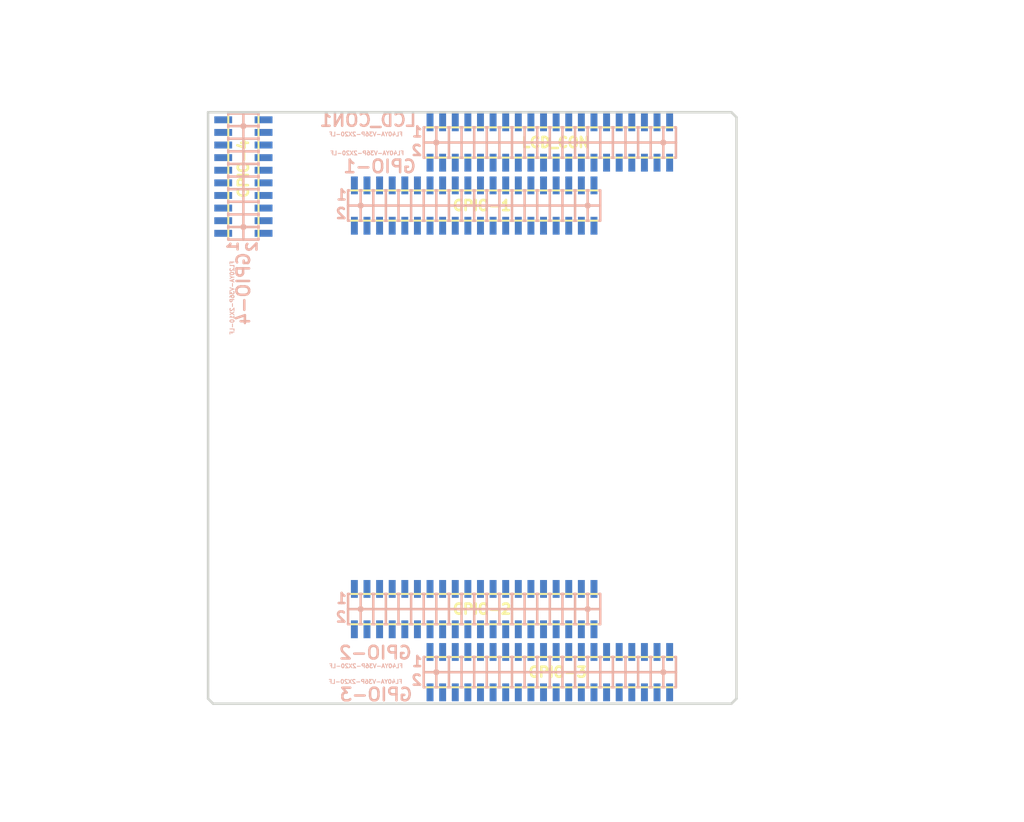
<source format=kicad_pcb>
(kicad_pcb (version 3) (host pcbnew "(2013-07-07 BZR 4022)-stable")

  (general
    (links 12)
    (no_connects 12)
    (area -47.561501 -41.084501 55.562501 41.719501)
    (thickness 1.6)
    (drawings 106)
    (tracks 0)
    (zones 0)
    (modules 5)
    (nets 4)
  )

  (page A3)
  (layers
    (15 F.Cu signal)
    (0 B.Cu signal)
    (16 B.Adhes user)
    (17 F.Adhes user)
    (18 B.Paste user)
    (19 F.Paste user)
    (20 B.SilkS user)
    (21 F.SilkS user)
    (22 B.Mask user)
    (23 F.Mask user)
    (24 Dwgs.User user)
    (25 Cmts.User user)
    (26 Eco1.User user)
    (27 Eco2.User user)
    (28 Edge.Cuts user)
  )

  (setup
    (last_trace_width 0.254)
    (user_trace_width 0.254)
    (user_trace_width 0.508)
    (trace_clearance 0.254)
    (zone_clearance 0.508)
    (zone_45_only no)
    (trace_min 0.254)
    (segment_width 0.254)
    (edge_width 0.254)
    (via_size 0.889)
    (via_drill 0.635)
    (via_min_size 0.889)
    (via_min_drill 0.508)
    (uvia_size 0.508)
    (uvia_drill 0.127)
    (uvias_allowed no)
    (uvia_min_size 0.508)
    (uvia_min_drill 0.127)
    (pcb_text_width 0.3)
    (pcb_text_size 1.5 1.5)
    (mod_edge_width 0.15)
    (mod_text_size 1.5 1.5)
    (mod_text_width 0.15)
    (pad_size 1.79832 0.6985)
    (pad_drill 0)
    (pad_to_mask_clearance 0.2)
    (aux_axis_origin 99.187 228.092)
    (visible_elements 7FFFFFFF)
    (pcbplotparams
      (layerselection 3178497)
      (usegerberextensions true)
      (excludeedgelayer true)
      (linewidth 0.150000)
      (plotframeref false)
      (viasonmask false)
      (mode 1)
      (useauxorigin false)
      (hpglpennumber 1)
      (hpglpenspeed 20)
      (hpglpendiameter 15)
      (hpglpenoverlay 2)
      (psnegative false)
      (psa4output false)
      (plotreference true)
      (plotvalue true)
      (plotothertext true)
      (plotinvisibletext false)
      (padsonsilk false)
      (subtractmaskfromsilk false)
      (outputformat 1)
      (mirror false)
      (drillshape 1)
      (scaleselection 1)
      (outputdirectory ""))
  )

  (net 0 "")
  (net 1 +3.3V)
  (net 2 +5V)
  (net 3 GND)

  (net_class Default "This is the default net class."
    (clearance 0.254)
    (trace_width 0.254)
    (via_dia 0.889)
    (via_drill 0.635)
    (uvia_dia 0.508)
    (uvia_drill 0.127)
    (add_net "")
    (add_net +3.3V)
    (add_net +5V)
    (add_net GND)
  )

  (module A10_OLIMEXINO_LIME_SHIELD_1-YA-V36P-2X20-LF (layer B.Cu) (tedit 52FA2CF8) (tstamp 52FEE4EF)
    (at 7.8105 26.6065)
    (descr FEMALE)
    (tags FEMALE)
    (path /52FC87FB)
    (attr smd)
    (fp_text reference GPIO-3 (at -17.5006 2.2606) (layer B.SilkS)
      (effects (font (size 1.27 1.27) (thickness 0.254)) (justify mirror))
    )
    (fp_text value FL40YA-V36P-2X20-LF (at -18.5674 0.9525) (layer B.SilkS)
      (effects (font (size 0.4064 0.4064) (thickness 0.0889)) (justify mirror))
    )
    (fp_line (start -12.573 1.524) (end -12.7 1.524) (layer B.SilkS) (width 0.254))
    (fp_line (start -12.7 1.524) (end -12.7 0) (layer B.SilkS) (width 0.254))
    (fp_line (start -12.7 0) (end -12.7 -1.524) (layer B.SilkS) (width 0.254))
    (fp_line (start -12.7 -1.524) (end -12.573 -1.524) (layer B.SilkS) (width 0.254))
    (fp_line (start 12.573 1.524) (end 12.7 1.524) (layer B.SilkS) (width 0.254))
    (fp_line (start 12.7 1.524) (end 12.7 0) (layer B.SilkS) (width 0.254))
    (fp_line (start 12.7 0) (end 12.7 -1.524) (layer B.SilkS) (width 0.254))
    (fp_line (start 12.7 -1.524) (end 12.573 -1.524) (layer B.SilkS) (width 0.254))
    (fp_line (start -12.7 0) (end -11.43 0) (layer B.SilkS) (width 0.254))
    (fp_line (start -11.43 0) (end -10.16 0) (layer B.SilkS) (width 0.254))
    (fp_line (start -10.16 0) (end -8.89 0) (layer B.SilkS) (width 0.254))
    (fp_line (start -8.89 0) (end -7.62 0) (layer B.SilkS) (width 0.254))
    (fp_line (start -7.62 0) (end -6.35 0) (layer B.SilkS) (width 0.254))
    (fp_line (start -6.35 0) (end -5.08 0) (layer B.SilkS) (width 0.254))
    (fp_line (start -5.08 0) (end -3.81 0) (layer B.SilkS) (width 0.254))
    (fp_line (start -3.81 0) (end -2.54 0) (layer B.SilkS) (width 0.254))
    (fp_line (start -2.54 0) (end -1.27 0) (layer B.SilkS) (width 0.254))
    (fp_line (start -1.27 0) (end 0 0) (layer B.SilkS) (width 0.254))
    (fp_line (start 0 0) (end 1.27 0) (layer B.SilkS) (width 0.254))
    (fp_line (start 1.27 0) (end 2.54 0) (layer B.SilkS) (width 0.254))
    (fp_line (start 2.54 0) (end 3.81 0) (layer B.SilkS) (width 0.254))
    (fp_line (start 3.81 0) (end 5.08 0) (layer B.SilkS) (width 0.254))
    (fp_line (start 5.08 0) (end 6.35 0) (layer B.SilkS) (width 0.254))
    (fp_line (start 6.35 0) (end 7.62 0) (layer B.SilkS) (width 0.254))
    (fp_line (start 7.62 0) (end 8.89 0) (layer B.SilkS) (width 0.254))
    (fp_line (start 8.89 0) (end 10.16 0) (layer B.SilkS) (width 0.254))
    (fp_line (start 10.16 0) (end 11.43 0) (layer B.SilkS) (width 0.254))
    (fp_line (start 11.43 0) (end 12.7 0) (layer B.SilkS) (width 0.254))
    (fp_line (start -11.557 -1.524) (end -11.43 -1.524) (layer B.SilkS) (width 0.254))
    (fp_line (start -11.43 -1.524) (end -11.303 -1.524) (layer B.SilkS) (width 0.254))
    (fp_line (start -10.287 -1.524) (end -10.16 -1.524) (layer B.SilkS) (width 0.254))
    (fp_line (start -10.16 -1.524) (end -10.033 -1.524) (layer B.SilkS) (width 0.254))
    (fp_line (start -9.017 -1.524) (end -8.89 -1.524) (layer B.SilkS) (width 0.254))
    (fp_line (start -8.89 -1.524) (end -8.763 -1.524) (layer B.SilkS) (width 0.254))
    (fp_line (start -7.747 -1.524) (end -7.62 -1.524) (layer B.SilkS) (width 0.254))
    (fp_line (start -7.62 -1.524) (end -7.493 -1.524) (layer B.SilkS) (width 0.254))
    (fp_line (start -6.477 -1.524) (end -6.35 -1.524) (layer B.SilkS) (width 0.254))
    (fp_line (start -6.35 -1.524) (end -6.223 -1.524) (layer B.SilkS) (width 0.254))
    (fp_line (start -5.207 -1.524) (end -5.08 -1.524) (layer B.SilkS) (width 0.254))
    (fp_line (start -5.08 -1.524) (end -4.953 -1.524) (layer B.SilkS) (width 0.254))
    (fp_line (start -3.937 -1.524) (end -3.81 -1.524) (layer B.SilkS) (width 0.254))
    (fp_line (start -3.81 -1.524) (end -3.683 -1.524) (layer B.SilkS) (width 0.254))
    (fp_line (start -2.667 -1.524) (end -2.54 -1.524) (layer B.SilkS) (width 0.254))
    (fp_line (start -2.54 -1.524) (end -2.413 -1.524) (layer B.SilkS) (width 0.254))
    (fp_line (start -1.397 -1.524) (end -1.27 -1.524) (layer B.SilkS) (width 0.254))
    (fp_line (start -1.27 -1.524) (end -1.143 -1.524) (layer B.SilkS) (width 0.254))
    (fp_line (start -0.127 -1.524) (end 0 -1.524) (layer B.SilkS) (width 0.254))
    (fp_line (start 0 -1.524) (end 0.127 -1.524) (layer B.SilkS) (width 0.254))
    (fp_line (start 1.143 -1.524) (end 1.27 -1.524) (layer B.SilkS) (width 0.254))
    (fp_line (start 1.27 -1.524) (end 1.397 -1.524) (layer B.SilkS) (width 0.254))
    (fp_line (start 2.413 -1.524) (end 2.54 -1.524) (layer B.SilkS) (width 0.254))
    (fp_line (start 2.54 -1.524) (end 2.667 -1.524) (layer B.SilkS) (width 0.254))
    (fp_line (start 3.683 -1.524) (end 3.81 -1.524) (layer B.SilkS) (width 0.254))
    (fp_line (start 3.81 -1.524) (end 3.937 -1.524) (layer B.SilkS) (width 0.254))
    (fp_line (start 4.953 -1.524) (end 5.08 -1.524) (layer B.SilkS) (width 0.254))
    (fp_line (start 5.08 -1.524) (end 5.207 -1.524) (layer B.SilkS) (width 0.254))
    (fp_line (start 6.223 -1.524) (end 6.35 -1.524) (layer B.SilkS) (width 0.254))
    (fp_line (start 6.35 -1.524) (end 6.477 -1.524) (layer B.SilkS) (width 0.254))
    (fp_line (start 7.493 -1.524) (end 7.62 -1.524) (layer B.SilkS) (width 0.254))
    (fp_line (start 7.62 -1.524) (end 7.747 -1.524) (layer B.SilkS) (width 0.254))
    (fp_line (start 8.763 -1.524) (end 8.89 -1.524) (layer B.SilkS) (width 0.254))
    (fp_line (start 8.89 -1.524) (end 9.017 -1.524) (layer B.SilkS) (width 0.254))
    (fp_line (start 10.033 -1.524) (end 10.16 -1.524) (layer B.SilkS) (width 0.254))
    (fp_line (start 10.16 -1.524) (end 10.287 -1.524) (layer B.SilkS) (width 0.254))
    (fp_line (start 11.303 -1.524) (end 11.43 -1.524) (layer B.SilkS) (width 0.254))
    (fp_line (start 11.43 -1.524) (end 11.557 -1.524) (layer B.SilkS) (width 0.254))
    (fp_line (start 11.303 1.524) (end 11.557 1.524) (layer B.SilkS) (width 0.254))
    (fp_line (start 10.033 1.524) (end 10.16 1.524) (layer B.SilkS) (width 0.254))
    (fp_line (start 10.16 1.524) (end 10.287 1.524) (layer B.SilkS) (width 0.254))
    (fp_line (start 8.763 1.524) (end 8.89 1.524) (layer B.SilkS) (width 0.254))
    (fp_line (start 8.89 1.524) (end 9.017 1.524) (layer B.SilkS) (width 0.254))
    (fp_line (start 7.493 1.524) (end 7.62 1.524) (layer B.SilkS) (width 0.254))
    (fp_line (start 7.62 1.524) (end 7.747 1.524) (layer B.SilkS) (width 0.254))
    (fp_line (start 6.223 1.524) (end 6.35 1.524) (layer B.SilkS) (width 0.254))
    (fp_line (start 6.35 1.524) (end 6.477 1.524) (layer B.SilkS) (width 0.254))
    (fp_line (start 4.953 1.524) (end 5.08 1.524) (layer B.SilkS) (width 0.254))
    (fp_line (start 5.08 1.524) (end 5.207 1.524) (layer B.SilkS) (width 0.254))
    (fp_line (start 3.683 1.524) (end 3.81 1.524) (layer B.SilkS) (width 0.254))
    (fp_line (start 3.81 1.524) (end 3.937 1.524) (layer B.SilkS) (width 0.254))
    (fp_line (start 2.413 1.524) (end 2.54 1.524) (layer B.SilkS) (width 0.254))
    (fp_line (start 2.54 1.524) (end 2.667 1.524) (layer B.SilkS) (width 0.254))
    (fp_line (start 1.143 1.524) (end 1.27 1.524) (layer B.SilkS) (width 0.254))
    (fp_line (start 1.27 1.524) (end 1.397 1.524) (layer B.SilkS) (width 0.254))
    (fp_line (start -0.127 1.524) (end 0 1.524) (layer B.SilkS) (width 0.254))
    (fp_line (start 0 1.524) (end 0.127 1.524) (layer B.SilkS) (width 0.254))
    (fp_line (start -1.397 1.524) (end -1.27 1.524) (layer B.SilkS) (width 0.254))
    (fp_line (start -1.27 1.524) (end -1.143 1.524) (layer B.SilkS) (width 0.254))
    (fp_line (start -2.667 1.524) (end -2.54 1.524) (layer B.SilkS) (width 0.254))
    (fp_line (start -2.54 1.524) (end -2.413 1.524) (layer B.SilkS) (width 0.254))
    (fp_line (start -3.937 1.524) (end -3.81 1.524) (layer B.SilkS) (width 0.254))
    (fp_line (start -3.81 1.524) (end -3.683 1.524) (layer B.SilkS) (width 0.254))
    (fp_line (start -5.207 1.524) (end -5.08 1.524) (layer B.SilkS) (width 0.254))
    (fp_line (start -5.08 1.524) (end -4.953 1.524) (layer B.SilkS) (width 0.254))
    (fp_line (start -6.477 1.524) (end -6.35 1.524) (layer B.SilkS) (width 0.254))
    (fp_line (start -6.35 1.524) (end -6.223 1.524) (layer B.SilkS) (width 0.254))
    (fp_line (start -7.747 1.524) (end -7.62 1.524) (layer B.SilkS) (width 0.254))
    (fp_line (start -7.62 1.524) (end -7.493 1.524) (layer B.SilkS) (width 0.254))
    (fp_line (start -9.017 1.524) (end -8.89 1.524) (layer B.SilkS) (width 0.254))
    (fp_line (start -8.89 1.524) (end -8.763 1.524) (layer B.SilkS) (width 0.254))
    (fp_line (start -10.287 1.524) (end -10.16 1.524) (layer B.SilkS) (width 0.254))
    (fp_line (start -10.16 1.524) (end -10.033 1.524) (layer B.SilkS) (width 0.254))
    (fp_line (start -10.033 1.524) (end -9.017 1.524) (layer Eco1.User) (width 0.254))
    (fp_line (start -11.557 1.524) (end -11.43 1.524) (layer B.SilkS) (width 0.254))
    (fp_line (start -11.43 1.524) (end -11.303 1.524) (layer B.SilkS) (width 0.254))
    (fp_line (start -11.303 1.524) (end -10.287 1.524) (layer Eco1.User) (width 0.254))
    (fp_line (start -12.573 1.524) (end -11.557 1.524) (layer Eco1.User) (width 0.254))
    (fp_line (start -11.303 -1.524) (end -10.287 -1.524) (layer Eco1.User) (width 0.254))
    (fp_line (start -12.573 -1.524) (end -11.557 -1.524) (layer Eco1.User) (width 0.254))
    (fp_line (start -10.033 -1.524) (end -9.017 -1.524) (layer Eco1.User) (width 0.254))
    (fp_line (start -8.763 -1.524) (end -7.747 -1.524) (layer Eco1.User) (width 0.254))
    (fp_line (start -7.493 -1.524) (end -6.477 -1.524) (layer Eco1.User) (width 0.254))
    (fp_line (start -6.223 -1.524) (end -5.207 -1.524) (layer Eco1.User) (width 0.254))
    (fp_line (start -4.953 -1.524) (end -3.937 -1.524) (layer Eco1.User) (width 0.254))
    (fp_line (start -3.683 -1.524) (end -2.667 -1.524) (layer Eco1.User) (width 0.254))
    (fp_line (start -2.413 -1.524) (end -1.397 -1.524) (layer Eco1.User) (width 0.254))
    (fp_line (start -1.143 -1.524) (end -0.127 -1.524) (layer Eco1.User) (width 0.254))
    (fp_line (start 0.127 -1.524) (end 1.143 -1.524) (layer Eco1.User) (width 0.254))
    (fp_line (start 1.397 -1.524) (end 2.413 -1.524) (layer Eco1.User) (width 0.254))
    (fp_line (start 2.667 -1.524) (end 3.683 -1.524) (layer Eco1.User) (width 0.254))
    (fp_line (start 3.937 -1.524) (end 4.953 -1.524) (layer Eco1.User) (width 0.254))
    (fp_line (start 5.207 -1.524) (end 6.223 -1.524) (layer Eco1.User) (width 0.254))
    (fp_line (start 6.477 -1.524) (end 7.493 -1.524) (layer Eco1.User) (width 0.254))
    (fp_line (start 7.747 -1.524) (end 8.763 -1.524) (layer Eco1.User) (width 0.254))
    (fp_line (start 9.017 -1.524) (end 10.033 -1.524) (layer Eco1.User) (width 0.254))
    (fp_line (start 10.287 -1.524) (end 11.303 -1.524) (layer Eco1.User) (width 0.254))
    (fp_line (start 11.557 -1.524) (end 12.573 -1.524) (layer Eco1.User) (width 0.254))
    (fp_line (start -8.763 1.524) (end -7.747 1.524) (layer Eco1.User) (width 0.254))
    (fp_line (start -7.493 1.524) (end -6.477 1.524) (layer Eco1.User) (width 0.254))
    (fp_line (start -6.223 1.524) (end -5.207 1.524) (layer Eco1.User) (width 0.254))
    (fp_line (start -4.953 1.524) (end -3.937 1.524) (layer Eco1.User) (width 0.254))
    (fp_line (start -3.683 1.524) (end -2.667 1.524) (layer Eco1.User) (width 0.254))
    (fp_line (start -2.413 1.524) (end -1.397 1.524) (layer Eco1.User) (width 0.254))
    (fp_line (start -1.143 1.524) (end -0.127 1.524) (layer Eco1.User) (width 0.254))
    (fp_line (start 0.127 1.524) (end 1.143 1.524) (layer Eco1.User) (width 0.254))
    (fp_line (start 1.397 1.524) (end 2.413 1.524) (layer Eco1.User) (width 0.254))
    (fp_line (start 2.667 1.524) (end 3.683 1.524) (layer Eco1.User) (width 0.254))
    (fp_line (start 3.937 1.524) (end 4.953 1.524) (layer Eco1.User) (width 0.254))
    (fp_line (start 5.207 1.524) (end 6.223 1.524) (layer Eco1.User) (width 0.254))
    (fp_line (start 6.477 1.524) (end 7.493 1.524) (layer Eco1.User) (width 0.254))
    (fp_line (start 7.747 1.524) (end 8.763 1.524) (layer Eco1.User) (width 0.254))
    (fp_line (start 9.017 1.524) (end 10.033 1.524) (layer Eco1.User) (width 0.254))
    (fp_line (start 10.287 1.524) (end 11.303 1.524) (layer Eco1.User) (width 0.254))
    (fp_line (start 11.557 1.524) (end 12.573 1.524) (layer Eco1.User) (width 0.254))
    (fp_line (start -11.43 -1.524) (end -11.43 0) (layer B.SilkS) (width 0.254))
    (fp_line (start -10.16 -1.524) (end -10.16 0) (layer B.SilkS) (width 0.254))
    (fp_line (start -8.89 -1.524) (end -8.89 0) (layer B.SilkS) (width 0.254))
    (fp_line (start -7.62 -1.524) (end -7.62 0) (layer B.SilkS) (width 0.254))
    (fp_line (start -6.35 -1.524) (end -6.35 0) (layer B.SilkS) (width 0.254))
    (fp_line (start -5.08 -1.524) (end -5.08 0) (layer B.SilkS) (width 0.254))
    (fp_line (start -3.81 -1.524) (end -3.81 0) (layer B.SilkS) (width 0.254))
    (fp_line (start -2.54 -1.524) (end -2.54 0) (layer B.SilkS) (width 0.254))
    (fp_line (start -11.43 0) (end -11.43 1.524) (layer B.SilkS) (width 0.254))
    (fp_line (start -10.16 0) (end -10.16 1.524) (layer B.SilkS) (width 0.254))
    (fp_line (start -8.89 0) (end -8.89 1.524) (layer B.SilkS) (width 0.254))
    (fp_line (start -7.62 0) (end -7.62 1.524) (layer B.SilkS) (width 0.254))
    (fp_line (start -6.35 0) (end -6.35 1.524) (layer B.SilkS) (width 0.254))
    (fp_line (start -5.08 0) (end -5.08 1.524) (layer B.SilkS) (width 0.254))
    (fp_line (start -3.81 0) (end -3.81 1.524) (layer B.SilkS) (width 0.254))
    (fp_line (start -2.54 0) (end -2.54 1.524) (layer B.SilkS) (width 0.254))
    (fp_line (start -1.27 0) (end -1.27 1.524) (layer B.SilkS) (width 0.254))
    (fp_line (start 0 0) (end 0 1.524) (layer B.SilkS) (width 0.254))
    (fp_line (start 1.27 0) (end 1.27 1.524) (layer B.SilkS) (width 0.254))
    (fp_line (start 2.54 0) (end 2.54 1.524) (layer B.SilkS) (width 0.254))
    (fp_line (start 3.81 0) (end 3.81 1.524) (layer B.SilkS) (width 0.254))
    (fp_line (start 5.08 0) (end 5.08 1.524) (layer B.SilkS) (width 0.254))
    (fp_line (start 6.35 0) (end 6.35 1.524) (layer B.SilkS) (width 0.254))
    (fp_line (start 7.62 0) (end 7.62 1.524) (layer B.SilkS) (width 0.254))
    (fp_line (start 8.89 0) (end 8.89 1.524) (layer B.SilkS) (width 0.254))
    (fp_line (start 10.16 0) (end 10.16 1.524) (layer B.SilkS) (width 0.254))
    (fp_line (start -1.27 -1.524) (end -1.27 0) (layer B.SilkS) (width 0.254))
    (fp_line (start 0 -1.524) (end 0 0) (layer B.SilkS) (width 0.254))
    (fp_line (start 1.27 -1.524) (end 1.27 0) (layer B.SilkS) (width 0.254))
    (fp_line (start 2.54 -1.524) (end 2.54 0) (layer B.SilkS) (width 0.254))
    (fp_line (start 3.81 -1.524) (end 3.81 0) (layer B.SilkS) (width 0.254))
    (fp_line (start 5.08 -1.524) (end 5.08 0) (layer B.SilkS) (width 0.254))
    (fp_line (start 6.35 -1.524) (end 6.35 0) (layer B.SilkS) (width 0.254))
    (fp_line (start 7.62 -1.524) (end 7.62 0) (layer B.SilkS) (width 0.254))
    (fp_line (start 8.89 -1.524) (end 8.89 0) (layer B.SilkS) (width 0.254))
    (fp_line (start 10.16 -1.524) (end 10.16 0) (layer B.SilkS) (width 0.254))
    (fp_line (start 11.43 -1.524) (end 11.43 0) (layer B.SilkS) (width 0.254))
    (fp_line (start 11.43 0) (end 11.43 1.524) (layer B.SilkS) (width 0.254))
    (fp_circle (center -11.43 0) (end -11.60272 -0.17272) (layer B.SilkS) (width 0.127))
    (fp_line (start -11.77798 0) (end -11.07948 0) (layer B.SilkS) (width 0.127))
    (fp_line (start -11.43 -0.34798) (end -11.43 0.34798) (layer B.SilkS) (width 0.127))
    (fp_circle (center 11.43 0) (end 11.60272 -0.17272) (layer B.SilkS) (width 0.127))
    (fp_line (start 11.07948 0) (end 11.77798 0) (layer B.SilkS) (width 0.127))
    (fp_line (start 11.43 -0.34798) (end 11.43 0.34798) (layer B.SilkS) (width 0.127))
    (fp_text user 2 (at -13.41 0.8) (layer B.SilkS)
      (effects (font (size 1.016 1.016) (thickness 0.254)) (justify mirror))
    )
    (fp_text user 1 (at -13.35 -1.07) (layer B.SilkS)
      (effects (font (size 1.016 1.016) (thickness 0.254)) (justify mirror))
    )
    (pad 1 smd rect (at -12.065 -2.032 270) (size 1.79832 0.6985)
      (layers B.Cu B.Paste B.Mask)
      (net 2 +5V)
    )
    (pad 2 smd rect (at -12.065 2.032 270) (size 1.79832 0.6985)
      (layers B.Cu B.Paste B.Mask)
      (net 3 GND)
    )
    (pad 3 smd rect (at -10.795 -2.032 270) (size 1.79832 0.6985)
      (layers B.Cu B.Paste B.Mask)
    )
    (pad 4 smd rect (at -10.795 2.032 270) (size 1.79832 0.6985)
      (layers B.Cu B.Paste B.Mask)
      (net 3 GND)
    )
    (pad 5 smd rect (at -9.525 -2.032 270) (size 1.79832 0.6985)
      (layers B.Cu B.Paste B.Mask)
    )
    (pad 6 smd rect (at -9.525 2.032 270) (size 1.79832 0.6985)
      (layers B.Cu B.Paste B.Mask)
    )
    (pad 7 smd rect (at -8.255 -2.032 270) (size 1.79832 0.6985)
      (layers B.Cu B.Paste B.Mask)
    )
    (pad 8 smd rect (at -8.255 2.032 270) (size 1.79832 0.6985)
      (layers B.Cu B.Paste B.Mask)
    )
    (pad 9 smd rect (at -6.985 -2.032 270) (size 1.79832 0.6985)
      (layers B.Cu B.Paste B.Mask)
    )
    (pad 10 smd rect (at -6.985 2.032 270) (size 1.79832 0.6985)
      (layers B.Cu B.Paste B.Mask)
    )
    (pad 11 smd rect (at -5.715 -2.032 270) (size 1.79832 0.6985)
      (layers B.Cu B.Paste B.Mask)
    )
    (pad 12 smd rect (at -5.715 2.032 270) (size 1.79832 0.6985)
      (layers B.Cu B.Paste B.Mask)
    )
    (pad 13 smd rect (at -4.445 -2.032 270) (size 1.79832 0.6985)
      (layers B.Cu B.Paste B.Mask)
    )
    (pad 14 smd rect (at -4.445 2.032 270) (size 1.79832 0.6985)
      (layers B.Cu B.Paste B.Mask)
    )
    (pad 15 smd rect (at -3.175 -2.032 270) (size 1.79832 0.6985)
      (layers B.Cu B.Paste B.Mask)
    )
    (pad 16 smd rect (at -3.175 2.032 270) (size 1.79832 0.6985)
      (layers B.Cu B.Paste B.Mask)
    )
    (pad 17 smd rect (at -1.905 -2.032 270) (size 1.79832 0.6985)
      (layers B.Cu B.Paste B.Mask)
    )
    (pad 18 smd rect (at -1.905 2.032 270) (size 1.79832 0.6985)
      (layers B.Cu B.Paste B.Mask)
    )
    (pad 19 smd rect (at -0.635 -2.032 270) (size 1.79832 0.6985)
      (layers B.Cu B.Paste B.Mask)
    )
    (pad 20 smd rect (at -0.635 2.032 270) (size 1.79832 0.6985)
      (layers B.Cu B.Paste B.Mask)
    )
    (pad 21 smd rect (at 0.635 -2.032 270) (size 1.79832 0.6985)
      (layers B.Cu B.Paste B.Mask)
    )
    (pad 22 smd rect (at 0.635 2.032 270) (size 1.79832 0.6985)
      (layers B.Cu B.Paste B.Mask)
    )
    (pad 23 smd rect (at 1.905 -2.032 270) (size 1.79832 0.6985)
      (layers B.Cu B.Paste B.Mask)
    )
    (pad 24 smd rect (at 1.905 2.032 270) (size 1.79832 0.6985)
      (layers B.Cu B.Paste B.Mask)
    )
    (pad 25 smd rect (at 3.175 -2.032 270) (size 1.79832 0.6985)
      (layers B.Cu B.Paste B.Mask)
    )
    (pad 26 smd rect (at 3.175 2.032 270) (size 1.79832 0.6985)
      (layers B.Cu B.Paste B.Mask)
    )
    (pad 27 smd rect (at 4.445 -2.032 270) (size 1.79832 0.6985)
      (layers B.Cu B.Paste B.Mask)
    )
    (pad 28 smd rect (at 4.445 2.032 270) (size 1.79832 0.6985)
      (layers B.Cu B.Paste B.Mask)
    )
    (pad 29 smd rect (at 5.715 -2.032 270) (size 1.79832 0.6985)
      (layers B.Cu B.Paste B.Mask)
    )
    (pad 30 smd rect (at 5.715 2.032 270) (size 1.79832 0.6985)
      (layers B.Cu B.Paste B.Mask)
    )
    (pad 31 smd rect (at 6.985 -2.032 270) (size 1.79832 0.6985)
      (layers B.Cu B.Paste B.Mask)
    )
    (pad 32 smd rect (at 6.985 2.032 270) (size 1.79832 0.6985)
      (layers B.Cu B.Paste B.Mask)
    )
    (pad 33 smd rect (at 8.255 -2.032 270) (size 1.79832 0.6985)
      (layers B.Cu B.Paste B.Mask)
    )
    (pad 34 smd rect (at 8.255 2.032 270) (size 1.79832 0.6985)
      (layers B.Cu B.Paste B.Mask)
    )
    (pad 35 smd rect (at 9.525 -2.032 270) (size 1.79832 0.6985)
      (layers B.Cu B.Paste B.Mask)
    )
    (pad 36 smd rect (at 9.525 2.032 270) (size 1.79832 0.6985)
      (layers B.Cu B.Paste B.Mask)
    )
    (pad 37 smd rect (at 10.795 -2.032 270) (size 1.79832 0.6985)
      (layers B.Cu B.Paste B.Mask)
    )
    (pad 38 smd rect (at 10.795 2.032 270) (size 1.79832 0.6985)
      (layers B.Cu B.Paste B.Mask)
    )
    (pad 39 smd rect (at 12.065 -2.032 270) (size 1.79832 0.6985)
      (layers B.Cu B.Paste B.Mask)
    )
    (pad 40 smd rect (at 12.065 2.032 270) (size 1.79832 0.6985)
      (layers B.Cu B.Paste B.Mask)
    )
  )

  (module A10_OLIMEXINO_LIME_SHIELD_1-YA-V36P-2X20-LF (layer B.Cu) (tedit 52FA2C4B) (tstamp 52FF3EFD)
    (at 0.1905 -20.3835)
    (descr FEMALE)
    (tags FEMALE)
    (path /52FC941F)
    (attr smd)
    (fp_text reference GPIO-1 (at -9.5123 -3.937) (layer B.SilkS)
      (effects (font (size 1.27 1.27) (thickness 0.254)) (justify mirror))
    )
    (fp_text value FL40YA-V36P-2X20-LF (at -10.7823 -5.2832) (layer B.SilkS)
      (effects (font (size 0.4064 0.4064) (thickness 0.0889)) (justify mirror))
    )
    (fp_line (start -12.573 1.524) (end -12.7 1.524) (layer B.SilkS) (width 0.254))
    (fp_line (start -12.7 1.524) (end -12.7 0) (layer B.SilkS) (width 0.254))
    (fp_line (start -12.7 0) (end -12.7 -1.524) (layer B.SilkS) (width 0.254))
    (fp_line (start -12.7 -1.524) (end -12.573 -1.524) (layer B.SilkS) (width 0.254))
    (fp_line (start 12.573 1.524) (end 12.7 1.524) (layer B.SilkS) (width 0.254))
    (fp_line (start 12.7 1.524) (end 12.7 0) (layer B.SilkS) (width 0.254))
    (fp_line (start 12.7 0) (end 12.7 -1.524) (layer B.SilkS) (width 0.254))
    (fp_line (start 12.7 -1.524) (end 12.573 -1.524) (layer B.SilkS) (width 0.254))
    (fp_line (start -12.7 0) (end -11.43 0) (layer B.SilkS) (width 0.254))
    (fp_line (start -11.43 0) (end -10.16 0) (layer B.SilkS) (width 0.254))
    (fp_line (start -10.16 0) (end -8.89 0) (layer B.SilkS) (width 0.254))
    (fp_line (start -8.89 0) (end -7.62 0) (layer B.SilkS) (width 0.254))
    (fp_line (start -7.62 0) (end -6.35 0) (layer B.SilkS) (width 0.254))
    (fp_line (start -6.35 0) (end -5.08 0) (layer B.SilkS) (width 0.254))
    (fp_line (start -5.08 0) (end -3.81 0) (layer B.SilkS) (width 0.254))
    (fp_line (start -3.81 0) (end -2.54 0) (layer B.SilkS) (width 0.254))
    (fp_line (start -2.54 0) (end -1.27 0) (layer B.SilkS) (width 0.254))
    (fp_line (start -1.27 0) (end 0 0) (layer B.SilkS) (width 0.254))
    (fp_line (start 0 0) (end 1.27 0) (layer B.SilkS) (width 0.254))
    (fp_line (start 1.27 0) (end 2.54 0) (layer B.SilkS) (width 0.254))
    (fp_line (start 2.54 0) (end 3.81 0) (layer B.SilkS) (width 0.254))
    (fp_line (start 3.81 0) (end 5.08 0) (layer B.SilkS) (width 0.254))
    (fp_line (start 5.08 0) (end 6.35 0) (layer B.SilkS) (width 0.254))
    (fp_line (start 6.35 0) (end 7.62 0) (layer B.SilkS) (width 0.254))
    (fp_line (start 7.62 0) (end 8.89 0) (layer B.SilkS) (width 0.254))
    (fp_line (start 8.89 0) (end 10.16 0) (layer B.SilkS) (width 0.254))
    (fp_line (start 10.16 0) (end 11.43 0) (layer B.SilkS) (width 0.254))
    (fp_line (start 11.43 0) (end 12.7 0) (layer B.SilkS) (width 0.254))
    (fp_line (start -11.557 -1.524) (end -11.43 -1.524) (layer B.SilkS) (width 0.254))
    (fp_line (start -11.43 -1.524) (end -11.303 -1.524) (layer B.SilkS) (width 0.254))
    (fp_line (start -10.287 -1.524) (end -10.16 -1.524) (layer B.SilkS) (width 0.254))
    (fp_line (start -10.16 -1.524) (end -10.033 -1.524) (layer B.SilkS) (width 0.254))
    (fp_line (start -9.017 -1.524) (end -8.89 -1.524) (layer B.SilkS) (width 0.254))
    (fp_line (start -8.89 -1.524) (end -8.763 -1.524) (layer B.SilkS) (width 0.254))
    (fp_line (start -7.747 -1.524) (end -7.62 -1.524) (layer B.SilkS) (width 0.254))
    (fp_line (start -7.62 -1.524) (end -7.493 -1.524) (layer B.SilkS) (width 0.254))
    (fp_line (start -6.477 -1.524) (end -6.35 -1.524) (layer B.SilkS) (width 0.254))
    (fp_line (start -6.35 -1.524) (end -6.223 -1.524) (layer B.SilkS) (width 0.254))
    (fp_line (start -5.207 -1.524) (end -5.08 -1.524) (layer B.SilkS) (width 0.254))
    (fp_line (start -5.08 -1.524) (end -4.953 -1.524) (layer B.SilkS) (width 0.254))
    (fp_line (start -3.937 -1.524) (end -3.81 -1.524) (layer B.SilkS) (width 0.254))
    (fp_line (start -3.81 -1.524) (end -3.683 -1.524) (layer B.SilkS) (width 0.254))
    (fp_line (start -2.667 -1.524) (end -2.54 -1.524) (layer B.SilkS) (width 0.254))
    (fp_line (start -2.54 -1.524) (end -2.413 -1.524) (layer B.SilkS) (width 0.254))
    (fp_line (start -1.397 -1.524) (end -1.27 -1.524) (layer B.SilkS) (width 0.254))
    (fp_line (start -1.27 -1.524) (end -1.143 -1.524) (layer B.SilkS) (width 0.254))
    (fp_line (start -0.127 -1.524) (end 0 -1.524) (layer B.SilkS) (width 0.254))
    (fp_line (start 0 -1.524) (end 0.127 -1.524) (layer B.SilkS) (width 0.254))
    (fp_line (start 1.143 -1.524) (end 1.27 -1.524) (layer B.SilkS) (width 0.254))
    (fp_line (start 1.27 -1.524) (end 1.397 -1.524) (layer B.SilkS) (width 0.254))
    (fp_line (start 2.413 -1.524) (end 2.54 -1.524) (layer B.SilkS) (width 0.254))
    (fp_line (start 2.54 -1.524) (end 2.667 -1.524) (layer B.SilkS) (width 0.254))
    (fp_line (start 3.683 -1.524) (end 3.81 -1.524) (layer B.SilkS) (width 0.254))
    (fp_line (start 3.81 -1.524) (end 3.937 -1.524) (layer B.SilkS) (width 0.254))
    (fp_line (start 4.953 -1.524) (end 5.08 -1.524) (layer B.SilkS) (width 0.254))
    (fp_line (start 5.08 -1.524) (end 5.207 -1.524) (layer B.SilkS) (width 0.254))
    (fp_line (start 6.223 -1.524) (end 6.35 -1.524) (layer B.SilkS) (width 0.254))
    (fp_line (start 6.35 -1.524) (end 6.477 -1.524) (layer B.SilkS) (width 0.254))
    (fp_line (start 7.493 -1.524) (end 7.62 -1.524) (layer B.SilkS) (width 0.254))
    (fp_line (start 7.62 -1.524) (end 7.747 -1.524) (layer B.SilkS) (width 0.254))
    (fp_line (start 8.763 -1.524) (end 8.89 -1.524) (layer B.SilkS) (width 0.254))
    (fp_line (start 8.89 -1.524) (end 9.017 -1.524) (layer B.SilkS) (width 0.254))
    (fp_line (start 10.033 -1.524) (end 10.16 -1.524) (layer B.SilkS) (width 0.254))
    (fp_line (start 10.16 -1.524) (end 10.287 -1.524) (layer B.SilkS) (width 0.254))
    (fp_line (start 11.303 -1.524) (end 11.43 -1.524) (layer B.SilkS) (width 0.254))
    (fp_line (start 11.43 -1.524) (end 11.557 -1.524) (layer B.SilkS) (width 0.254))
    (fp_line (start 11.303 1.524) (end 11.557 1.524) (layer B.SilkS) (width 0.254))
    (fp_line (start 10.033 1.524) (end 10.16 1.524) (layer B.SilkS) (width 0.254))
    (fp_line (start 10.16 1.524) (end 10.287 1.524) (layer B.SilkS) (width 0.254))
    (fp_line (start 8.763 1.524) (end 8.89 1.524) (layer B.SilkS) (width 0.254))
    (fp_line (start 8.89 1.524) (end 9.017 1.524) (layer B.SilkS) (width 0.254))
    (fp_line (start 7.493 1.524) (end 7.62 1.524) (layer B.SilkS) (width 0.254))
    (fp_line (start 7.62 1.524) (end 7.747 1.524) (layer B.SilkS) (width 0.254))
    (fp_line (start 6.223 1.524) (end 6.35 1.524) (layer B.SilkS) (width 0.254))
    (fp_line (start 6.35 1.524) (end 6.477 1.524) (layer B.SilkS) (width 0.254))
    (fp_line (start 4.953 1.524) (end 5.08 1.524) (layer B.SilkS) (width 0.254))
    (fp_line (start 5.08 1.524) (end 5.207 1.524) (layer B.SilkS) (width 0.254))
    (fp_line (start 3.683 1.524) (end 3.81 1.524) (layer B.SilkS) (width 0.254))
    (fp_line (start 3.81 1.524) (end 3.937 1.524) (layer B.SilkS) (width 0.254))
    (fp_line (start 2.413 1.524) (end 2.54 1.524) (layer B.SilkS) (width 0.254))
    (fp_line (start 2.54 1.524) (end 2.667 1.524) (layer B.SilkS) (width 0.254))
    (fp_line (start 1.143 1.524) (end 1.27 1.524) (layer B.SilkS) (width 0.254))
    (fp_line (start 1.27 1.524) (end 1.397 1.524) (layer B.SilkS) (width 0.254))
    (fp_line (start -0.127 1.524) (end 0 1.524) (layer B.SilkS) (width 0.254))
    (fp_line (start 0 1.524) (end 0.127 1.524) (layer B.SilkS) (width 0.254))
    (fp_line (start -1.397 1.524) (end -1.27 1.524) (layer B.SilkS) (width 0.254))
    (fp_line (start -1.27 1.524) (end -1.143 1.524) (layer B.SilkS) (width 0.254))
    (fp_line (start -2.667 1.524) (end -2.54 1.524) (layer B.SilkS) (width 0.254))
    (fp_line (start -2.54 1.524) (end -2.413 1.524) (layer B.SilkS) (width 0.254))
    (fp_line (start -3.937 1.524) (end -3.81 1.524) (layer B.SilkS) (width 0.254))
    (fp_line (start -3.81 1.524) (end -3.683 1.524) (layer B.SilkS) (width 0.254))
    (fp_line (start -5.207 1.524) (end -5.08 1.524) (layer B.SilkS) (width 0.254))
    (fp_line (start -5.08 1.524) (end -4.953 1.524) (layer B.SilkS) (width 0.254))
    (fp_line (start -6.477 1.524) (end -6.35 1.524) (layer B.SilkS) (width 0.254))
    (fp_line (start -6.35 1.524) (end -6.223 1.524) (layer B.SilkS) (width 0.254))
    (fp_line (start -7.747 1.524) (end -7.62 1.524) (layer B.SilkS) (width 0.254))
    (fp_line (start -7.62 1.524) (end -7.493 1.524) (layer B.SilkS) (width 0.254))
    (fp_line (start -9.017 1.524) (end -8.89 1.524) (layer B.SilkS) (width 0.254))
    (fp_line (start -8.89 1.524) (end -8.763 1.524) (layer B.SilkS) (width 0.254))
    (fp_line (start -10.287 1.524) (end -10.16 1.524) (layer B.SilkS) (width 0.254))
    (fp_line (start -10.16 1.524) (end -10.033 1.524) (layer B.SilkS) (width 0.254))
    (fp_line (start -10.033 1.524) (end -9.017 1.524) (layer Eco1.User) (width 0.254))
    (fp_line (start -11.557 1.524) (end -11.43 1.524) (layer B.SilkS) (width 0.254))
    (fp_line (start -11.43 1.524) (end -11.303 1.524) (layer B.SilkS) (width 0.254))
    (fp_line (start -11.303 1.524) (end -10.287 1.524) (layer Eco1.User) (width 0.254))
    (fp_line (start -12.573 1.524) (end -11.557 1.524) (layer Eco1.User) (width 0.254))
    (fp_line (start -11.303 -1.524) (end -10.287 -1.524) (layer Eco1.User) (width 0.254))
    (fp_line (start -12.573 -1.524) (end -11.557 -1.524) (layer Eco1.User) (width 0.254))
    (fp_line (start -10.033 -1.524) (end -9.017 -1.524) (layer Eco1.User) (width 0.254))
    (fp_line (start -8.763 -1.524) (end -7.747 -1.524) (layer Eco1.User) (width 0.254))
    (fp_line (start -7.493 -1.524) (end -6.477 -1.524) (layer Eco1.User) (width 0.254))
    (fp_line (start -6.223 -1.524) (end -5.207 -1.524) (layer Eco1.User) (width 0.254))
    (fp_line (start -4.953 -1.524) (end -3.937 -1.524) (layer Eco1.User) (width 0.254))
    (fp_line (start -3.683 -1.524) (end -2.667 -1.524) (layer Eco1.User) (width 0.254))
    (fp_line (start -2.413 -1.524) (end -1.397 -1.524) (layer Eco1.User) (width 0.254))
    (fp_line (start -1.143 -1.524) (end -0.127 -1.524) (layer Eco1.User) (width 0.254))
    (fp_line (start 0.127 -1.524) (end 1.143 -1.524) (layer Eco1.User) (width 0.254))
    (fp_line (start 1.397 -1.524) (end 2.413 -1.524) (layer Eco1.User) (width 0.254))
    (fp_line (start 2.667 -1.524) (end 3.683 -1.524) (layer Eco1.User) (width 0.254))
    (fp_line (start 3.937 -1.524) (end 4.953 -1.524) (layer Eco1.User) (width 0.254))
    (fp_line (start 5.207 -1.524) (end 6.223 -1.524) (layer Eco1.User) (width 0.254))
    (fp_line (start 6.477 -1.524) (end 7.493 -1.524) (layer Eco1.User) (width 0.254))
    (fp_line (start 7.747 -1.524) (end 8.763 -1.524) (layer Eco1.User) (width 0.254))
    (fp_line (start 9.017 -1.524) (end 10.033 -1.524) (layer Eco1.User) (width 0.254))
    (fp_line (start 10.287 -1.524) (end 11.303 -1.524) (layer Eco1.User) (width 0.254))
    (fp_line (start 11.557 -1.524) (end 12.573 -1.524) (layer Eco1.User) (width 0.254))
    (fp_line (start -8.763 1.524) (end -7.747 1.524) (layer Eco1.User) (width 0.254))
    (fp_line (start -7.493 1.524) (end -6.477 1.524) (layer Eco1.User) (width 0.254))
    (fp_line (start -6.223 1.524) (end -5.207 1.524) (layer Eco1.User) (width 0.254))
    (fp_line (start -4.953 1.524) (end -3.937 1.524) (layer Eco1.User) (width 0.254))
    (fp_line (start -3.683 1.524) (end -2.667 1.524) (layer Eco1.User) (width 0.254))
    (fp_line (start -2.413 1.524) (end -1.397 1.524) (layer Eco1.User) (width 0.254))
    (fp_line (start -1.143 1.524) (end -0.127 1.524) (layer Eco1.User) (width 0.254))
    (fp_line (start 0.127 1.524) (end 1.143 1.524) (layer Eco1.User) (width 0.254))
    (fp_line (start 1.397 1.524) (end 2.413 1.524) (layer Eco1.User) (width 0.254))
    (fp_line (start 2.667 1.524) (end 3.683 1.524) (layer Eco1.User) (width 0.254))
    (fp_line (start 3.937 1.524) (end 4.953 1.524) (layer Eco1.User) (width 0.254))
    (fp_line (start 5.207 1.524) (end 6.223 1.524) (layer Eco1.User) (width 0.254))
    (fp_line (start 6.477 1.524) (end 7.493 1.524) (layer Eco1.User) (width 0.254))
    (fp_line (start 7.747 1.524) (end 8.763 1.524) (layer Eco1.User) (width 0.254))
    (fp_line (start 9.017 1.524) (end 10.033 1.524) (layer Eco1.User) (width 0.254))
    (fp_line (start 10.287 1.524) (end 11.303 1.524) (layer Eco1.User) (width 0.254))
    (fp_line (start 11.557 1.524) (end 12.573 1.524) (layer Eco1.User) (width 0.254))
    (fp_line (start -11.43 -1.524) (end -11.43 0) (layer B.SilkS) (width 0.254))
    (fp_line (start -10.16 -1.524) (end -10.16 0) (layer B.SilkS) (width 0.254))
    (fp_line (start -8.89 -1.524) (end -8.89 0) (layer B.SilkS) (width 0.254))
    (fp_line (start -7.62 -1.524) (end -7.62 0) (layer B.SilkS) (width 0.254))
    (fp_line (start -6.35 -1.524) (end -6.35 0) (layer B.SilkS) (width 0.254))
    (fp_line (start -5.08 -1.524) (end -5.08 0) (layer B.SilkS) (width 0.254))
    (fp_line (start -3.81 -1.524) (end -3.81 0) (layer B.SilkS) (width 0.254))
    (fp_line (start -2.54 -1.524) (end -2.54 0) (layer B.SilkS) (width 0.254))
    (fp_line (start -11.43 0) (end -11.43 1.524) (layer B.SilkS) (width 0.254))
    (fp_line (start -10.16 0) (end -10.16 1.524) (layer B.SilkS) (width 0.254))
    (fp_line (start -8.89 0) (end -8.89 1.524) (layer B.SilkS) (width 0.254))
    (fp_line (start -7.62 0) (end -7.62 1.524) (layer B.SilkS) (width 0.254))
    (fp_line (start -6.35 0) (end -6.35 1.524) (layer B.SilkS) (width 0.254))
    (fp_line (start -5.08 0) (end -5.08 1.524) (layer B.SilkS) (width 0.254))
    (fp_line (start -3.81 0) (end -3.81 1.524) (layer B.SilkS) (width 0.254))
    (fp_line (start -2.54 0) (end -2.54 1.524) (layer B.SilkS) (width 0.254))
    (fp_line (start -1.27 0) (end -1.27 1.524) (layer B.SilkS) (width 0.254))
    (fp_line (start 0 0) (end 0 1.524) (layer B.SilkS) (width 0.254))
    (fp_line (start 1.27 0) (end 1.27 1.524) (layer B.SilkS) (width 0.254))
    (fp_line (start 2.54 0) (end 2.54 1.524) (layer B.SilkS) (width 0.254))
    (fp_line (start 3.81 0) (end 3.81 1.524) (layer B.SilkS) (width 0.254))
    (fp_line (start 5.08 0) (end 5.08 1.524) (layer B.SilkS) (width 0.254))
    (fp_line (start 6.35 0) (end 6.35 1.524) (layer B.SilkS) (width 0.254))
    (fp_line (start 7.62 0) (end 7.62 1.524) (layer B.SilkS) (width 0.254))
    (fp_line (start 8.89 0) (end 8.89 1.524) (layer B.SilkS) (width 0.254))
    (fp_line (start 10.16 0) (end 10.16 1.524) (layer B.SilkS) (width 0.254))
    (fp_line (start -1.27 -1.524) (end -1.27 0) (layer B.SilkS) (width 0.254))
    (fp_line (start 0 -1.524) (end 0 0) (layer B.SilkS) (width 0.254))
    (fp_line (start 1.27 -1.524) (end 1.27 0) (layer B.SilkS) (width 0.254))
    (fp_line (start 2.54 -1.524) (end 2.54 0) (layer B.SilkS) (width 0.254))
    (fp_line (start 3.81 -1.524) (end 3.81 0) (layer B.SilkS) (width 0.254))
    (fp_line (start 5.08 -1.524) (end 5.08 0) (layer B.SilkS) (width 0.254))
    (fp_line (start 6.35 -1.524) (end 6.35 0) (layer B.SilkS) (width 0.254))
    (fp_line (start 7.62 -1.524) (end 7.62 0) (layer B.SilkS) (width 0.254))
    (fp_line (start 8.89 -1.524) (end 8.89 0) (layer B.SilkS) (width 0.254))
    (fp_line (start 10.16 -1.524) (end 10.16 0) (layer B.SilkS) (width 0.254))
    (fp_line (start 11.43 -1.524) (end 11.43 0) (layer B.SilkS) (width 0.254))
    (fp_line (start 11.43 0) (end 11.43 1.524) (layer B.SilkS) (width 0.254))
    (fp_circle (center -11.43 0) (end -11.60272 -0.17272) (layer B.SilkS) (width 0.127))
    (fp_line (start -11.77798 0) (end -11.07948 0) (layer B.SilkS) (width 0.127))
    (fp_line (start -11.43 -0.34798) (end -11.43 0.34798) (layer B.SilkS) (width 0.127))
    (fp_circle (center 11.43 0) (end 11.60272 -0.17272) (layer B.SilkS) (width 0.127))
    (fp_line (start 11.07948 0) (end 11.77798 0) (layer B.SilkS) (width 0.127))
    (fp_line (start 11.43 -0.34798) (end 11.43 0.34798) (layer B.SilkS) (width 0.127))
    (fp_text user 2 (at -13.41 0.8) (layer B.SilkS)
      (effects (font (size 1.016 1.016) (thickness 0.254)) (justify mirror))
    )
    (fp_text user 1 (at -13.35 -1.07) (layer B.SilkS)
      (effects (font (size 1.016 1.016) (thickness 0.254)) (justify mirror))
    )
    (pad 1 smd rect (at -12.065 -2.032 270) (size 1.79832 0.6985)
      (layers B.Cu B.Paste B.Mask)
      (net 2 +5V)
    )
    (pad 2 smd rect (at -12.065 2.032 270) (size 1.79832 0.6985)
      (layers B.Cu B.Paste B.Mask)
      (net 3 GND)
    )
    (pad 3 smd rect (at -10.795 -2.032 270) (size 1.79832 0.6985)
      (layers B.Cu B.Paste B.Mask)
      (net 1 +3.3V)
    )
    (pad 4 smd rect (at -10.795 2.032 270) (size 1.79832 0.6985)
      (layers B.Cu B.Paste B.Mask)
    )
    (pad 5 smd rect (at -9.525 -2.032 270) (size 1.79832 0.6985)
      (layers B.Cu B.Paste B.Mask)
    )
    (pad 6 smd rect (at -9.525 2.032 270) (size 1.79832 0.6985)
      (layers B.Cu B.Paste B.Mask)
    )
    (pad 7 smd rect (at -8.255 -2.032 270) (size 1.79832 0.6985)
      (layers B.Cu B.Paste B.Mask)
    )
    (pad 8 smd rect (at -8.255 2.032 270) (size 1.79832 0.6985)
      (layers B.Cu B.Paste B.Mask)
    )
    (pad 9 smd rect (at -6.985 -2.032 270) (size 1.79832 0.6985)
      (layers B.Cu B.Paste B.Mask)
    )
    (pad 10 smd rect (at -6.985 2.032 270) (size 1.79832 0.6985)
      (layers B.Cu B.Paste B.Mask)
    )
    (pad 11 smd rect (at -5.715 -2.032 270) (size 1.79832 0.6985)
      (layers B.Cu B.Paste B.Mask)
    )
    (pad 12 smd rect (at -5.715 2.032 270) (size 1.79832 0.6985)
      (layers B.Cu B.Paste B.Mask)
    )
    (pad 13 smd rect (at -4.445 -2.032 270) (size 1.79832 0.6985)
      (layers B.Cu B.Paste B.Mask)
    )
    (pad 14 smd rect (at -4.445 2.032 270) (size 1.79832 0.6985)
      (layers B.Cu B.Paste B.Mask)
    )
    (pad 15 smd rect (at -3.175 -2.032 270) (size 1.79832 0.6985)
      (layers B.Cu B.Paste B.Mask)
    )
    (pad 16 smd rect (at -3.175 2.032 270) (size 1.79832 0.6985)
      (layers B.Cu B.Paste B.Mask)
    )
    (pad 17 smd rect (at -1.905 -2.032 270) (size 1.79832 0.6985)
      (layers B.Cu B.Paste B.Mask)
    )
    (pad 18 smd rect (at -1.905 2.032 270) (size 1.79832 0.6985)
      (layers B.Cu B.Paste B.Mask)
    )
    (pad 19 smd rect (at -0.635 -2.032 270) (size 1.79832 0.6985)
      (layers B.Cu B.Paste B.Mask)
    )
    (pad 20 smd rect (at -0.635 2.032 270) (size 1.79832 0.6985)
      (layers B.Cu B.Paste B.Mask)
    )
    (pad 21 smd rect (at 0.635 -2.032 270) (size 1.79832 0.6985)
      (layers B.Cu B.Paste B.Mask)
    )
    (pad 22 smd rect (at 0.635 2.032 270) (size 1.79832 0.6985)
      (layers B.Cu B.Paste B.Mask)
    )
    (pad 23 smd rect (at 1.905 -2.032 270) (size 1.79832 0.6985)
      (layers B.Cu B.Paste B.Mask)
    )
    (pad 24 smd rect (at 1.905 2.032 270) (size 1.79832 0.6985)
      (layers B.Cu B.Paste B.Mask)
    )
    (pad 25 smd rect (at 3.175 -2.032 270) (size 1.79832 0.6985)
      (layers B.Cu B.Paste B.Mask)
    )
    (pad 26 smd rect (at 3.175 2.032 270) (size 1.79832 0.6985)
      (layers B.Cu B.Paste B.Mask)
    )
    (pad 27 smd rect (at 4.445 -2.032 270) (size 1.79832 0.6985)
      (layers B.Cu B.Paste B.Mask)
    )
    (pad 28 smd rect (at 4.445 2.032 270) (size 1.79832 0.6985)
      (layers B.Cu B.Paste B.Mask)
    )
    (pad 29 smd rect (at 5.715 -2.032 270) (size 1.79832 0.6985)
      (layers B.Cu B.Paste B.Mask)
    )
    (pad 30 smd rect (at 5.715 2.032 270) (size 1.79832 0.6985)
      (layers B.Cu B.Paste B.Mask)
    )
    (pad 31 smd rect (at 6.985 -2.032 270) (size 1.79832 0.6985)
      (layers B.Cu B.Paste B.Mask)
    )
    (pad 32 smd rect (at 6.985 2.032 270) (size 1.79832 0.6985)
      (layers B.Cu B.Paste B.Mask)
    )
    (pad 33 smd rect (at 8.255 -2.032 270) (size 1.79832 0.6985)
      (layers B.Cu B.Paste B.Mask)
    )
    (pad 34 smd rect (at 8.255 2.032 270) (size 1.79832 0.6985)
      (layers B.Cu B.Paste B.Mask)
    )
    (pad 35 smd rect (at 9.525 -2.032 270) (size 1.79832 0.6985)
      (layers B.Cu B.Paste B.Mask)
    )
    (pad 36 smd rect (at 9.525 2.032 270) (size 1.79832 0.6985)
      (layers B.Cu B.Paste B.Mask)
    )
    (pad 37 smd rect (at 10.795 -2.032 270) (size 1.79832 0.6985)
      (layers B.Cu B.Paste B.Mask)
    )
    (pad 38 smd rect (at 10.795 2.032 270) (size 1.79832 0.6985)
      (layers B.Cu B.Paste B.Mask)
    )
    (pad 39 smd rect (at 12.065 -2.032 270) (size 1.79832 0.6985)
      (layers B.Cu B.Paste B.Mask)
    )
    (pad 40 smd rect (at 12.065 2.032 270) (size 1.79832 0.6985)
      (layers B.Cu B.Paste B.Mask)
    )
  )

  (module A10_OLIMEXINO_LIME_SHIELD_1-YA-V36P-2X20-LF (layer B.Cu) (tedit 52FA2C88) (tstamp 52FECA19)
    (at 7.8105 -26.7335)
    (descr FEMALE)
    (tags FEMALE)
    (path /52FC94E5)
    (attr smd)
    (fp_text reference LCD_CON1 (at -18.3134 -2.2606) (layer B.SilkS)
      (effects (font (size 1.27 1.27) (thickness 0.254)) (justify mirror))
    )
    (fp_text value FL40YA-V36P-2X20-LF (at -18.5293 -0.8382) (layer B.SilkS)
      (effects (font (size 0.4064 0.4064) (thickness 0.0889)) (justify mirror))
    )
    (fp_line (start -12.573 1.524) (end -12.7 1.524) (layer B.SilkS) (width 0.254))
    (fp_line (start -12.7 1.524) (end -12.7 0) (layer B.SilkS) (width 0.254))
    (fp_line (start -12.7 0) (end -12.7 -1.524) (layer B.SilkS) (width 0.254))
    (fp_line (start -12.7 -1.524) (end -12.573 -1.524) (layer B.SilkS) (width 0.254))
    (fp_line (start 12.573 1.524) (end 12.7 1.524) (layer B.SilkS) (width 0.254))
    (fp_line (start 12.7 1.524) (end 12.7 0) (layer B.SilkS) (width 0.254))
    (fp_line (start 12.7 0) (end 12.7 -1.524) (layer B.SilkS) (width 0.254))
    (fp_line (start 12.7 -1.524) (end 12.573 -1.524) (layer B.SilkS) (width 0.254))
    (fp_line (start -12.7 0) (end -11.43 0) (layer B.SilkS) (width 0.254))
    (fp_line (start -11.43 0) (end -10.16 0) (layer B.SilkS) (width 0.254))
    (fp_line (start -10.16 0) (end -8.89 0) (layer B.SilkS) (width 0.254))
    (fp_line (start -8.89 0) (end -7.62 0) (layer B.SilkS) (width 0.254))
    (fp_line (start -7.62 0) (end -6.35 0) (layer B.SilkS) (width 0.254))
    (fp_line (start -6.35 0) (end -5.08 0) (layer B.SilkS) (width 0.254))
    (fp_line (start -5.08 0) (end -3.81 0) (layer B.SilkS) (width 0.254))
    (fp_line (start -3.81 0) (end -2.54 0) (layer B.SilkS) (width 0.254))
    (fp_line (start -2.54 0) (end -1.27 0) (layer B.SilkS) (width 0.254))
    (fp_line (start -1.27 0) (end 0 0) (layer B.SilkS) (width 0.254))
    (fp_line (start 0 0) (end 1.27 0) (layer B.SilkS) (width 0.254))
    (fp_line (start 1.27 0) (end 2.54 0) (layer B.SilkS) (width 0.254))
    (fp_line (start 2.54 0) (end 3.81 0) (layer B.SilkS) (width 0.254))
    (fp_line (start 3.81 0) (end 5.08 0) (layer B.SilkS) (width 0.254))
    (fp_line (start 5.08 0) (end 6.35 0) (layer B.SilkS) (width 0.254))
    (fp_line (start 6.35 0) (end 7.62 0) (layer B.SilkS) (width 0.254))
    (fp_line (start 7.62 0) (end 8.89 0) (layer B.SilkS) (width 0.254))
    (fp_line (start 8.89 0) (end 10.16 0) (layer B.SilkS) (width 0.254))
    (fp_line (start 10.16 0) (end 11.43 0) (layer B.SilkS) (width 0.254))
    (fp_line (start 11.43 0) (end 12.7 0) (layer B.SilkS) (width 0.254))
    (fp_line (start -11.557 -1.524) (end -11.43 -1.524) (layer B.SilkS) (width 0.254))
    (fp_line (start -11.43 -1.524) (end -11.303 -1.524) (layer B.SilkS) (width 0.254))
    (fp_line (start -10.287 -1.524) (end -10.16 -1.524) (layer B.SilkS) (width 0.254))
    (fp_line (start -10.16 -1.524) (end -10.033 -1.524) (layer B.SilkS) (width 0.254))
    (fp_line (start -9.017 -1.524) (end -8.89 -1.524) (layer B.SilkS) (width 0.254))
    (fp_line (start -8.89 -1.524) (end -8.763 -1.524) (layer B.SilkS) (width 0.254))
    (fp_line (start -7.747 -1.524) (end -7.62 -1.524) (layer B.SilkS) (width 0.254))
    (fp_line (start -7.62 -1.524) (end -7.493 -1.524) (layer B.SilkS) (width 0.254))
    (fp_line (start -6.477 -1.524) (end -6.35 -1.524) (layer B.SilkS) (width 0.254))
    (fp_line (start -6.35 -1.524) (end -6.223 -1.524) (layer B.SilkS) (width 0.254))
    (fp_line (start -5.207 -1.524) (end -5.08 -1.524) (layer B.SilkS) (width 0.254))
    (fp_line (start -5.08 -1.524) (end -4.953 -1.524) (layer B.SilkS) (width 0.254))
    (fp_line (start -3.937 -1.524) (end -3.81 -1.524) (layer B.SilkS) (width 0.254))
    (fp_line (start -3.81 -1.524) (end -3.683 -1.524) (layer B.SilkS) (width 0.254))
    (fp_line (start -2.667 -1.524) (end -2.54 -1.524) (layer B.SilkS) (width 0.254))
    (fp_line (start -2.54 -1.524) (end -2.413 -1.524) (layer B.SilkS) (width 0.254))
    (fp_line (start -1.397 -1.524) (end -1.27 -1.524) (layer B.SilkS) (width 0.254))
    (fp_line (start -1.27 -1.524) (end -1.143 -1.524) (layer B.SilkS) (width 0.254))
    (fp_line (start -0.127 -1.524) (end 0 -1.524) (layer B.SilkS) (width 0.254))
    (fp_line (start 0 -1.524) (end 0.127 -1.524) (layer B.SilkS) (width 0.254))
    (fp_line (start 1.143 -1.524) (end 1.27 -1.524) (layer B.SilkS) (width 0.254))
    (fp_line (start 1.27 -1.524) (end 1.397 -1.524) (layer B.SilkS) (width 0.254))
    (fp_line (start 2.413 -1.524) (end 2.54 -1.524) (layer B.SilkS) (width 0.254))
    (fp_line (start 2.54 -1.524) (end 2.667 -1.524) (layer B.SilkS) (width 0.254))
    (fp_line (start 3.683 -1.524) (end 3.81 -1.524) (layer B.SilkS) (width 0.254))
    (fp_line (start 3.81 -1.524) (end 3.937 -1.524) (layer B.SilkS) (width 0.254))
    (fp_line (start 4.953 -1.524) (end 5.08 -1.524) (layer B.SilkS) (width 0.254))
    (fp_line (start 5.08 -1.524) (end 5.207 -1.524) (layer B.SilkS) (width 0.254))
    (fp_line (start 6.223 -1.524) (end 6.35 -1.524) (layer B.SilkS) (width 0.254))
    (fp_line (start 6.35 -1.524) (end 6.477 -1.524) (layer B.SilkS) (width 0.254))
    (fp_line (start 7.493 -1.524) (end 7.62 -1.524) (layer B.SilkS) (width 0.254))
    (fp_line (start 7.62 -1.524) (end 7.747 -1.524) (layer B.SilkS) (width 0.254))
    (fp_line (start 8.763 -1.524) (end 8.89 -1.524) (layer B.SilkS) (width 0.254))
    (fp_line (start 8.89 -1.524) (end 9.017 -1.524) (layer B.SilkS) (width 0.254))
    (fp_line (start 10.033 -1.524) (end 10.16 -1.524) (layer B.SilkS) (width 0.254))
    (fp_line (start 10.16 -1.524) (end 10.287 -1.524) (layer B.SilkS) (width 0.254))
    (fp_line (start 11.303 -1.524) (end 11.43 -1.524) (layer B.SilkS) (width 0.254))
    (fp_line (start 11.43 -1.524) (end 11.557 -1.524) (layer B.SilkS) (width 0.254))
    (fp_line (start 11.303 1.524) (end 11.557 1.524) (layer B.SilkS) (width 0.254))
    (fp_line (start 10.033 1.524) (end 10.16 1.524) (layer B.SilkS) (width 0.254))
    (fp_line (start 10.16 1.524) (end 10.287 1.524) (layer B.SilkS) (width 0.254))
    (fp_line (start 8.763 1.524) (end 8.89 1.524) (layer B.SilkS) (width 0.254))
    (fp_line (start 8.89 1.524) (end 9.017 1.524) (layer B.SilkS) (width 0.254))
    (fp_line (start 7.493 1.524) (end 7.62 1.524) (layer B.SilkS) (width 0.254))
    (fp_line (start 7.62 1.524) (end 7.747 1.524) (layer B.SilkS) (width 0.254))
    (fp_line (start 6.223 1.524) (end 6.35 1.524) (layer B.SilkS) (width 0.254))
    (fp_line (start 6.35 1.524) (end 6.477 1.524) (layer B.SilkS) (width 0.254))
    (fp_line (start 4.953 1.524) (end 5.08 1.524) (layer B.SilkS) (width 0.254))
    (fp_line (start 5.08 1.524) (end 5.207 1.524) (layer B.SilkS) (width 0.254))
    (fp_line (start 3.683 1.524) (end 3.81 1.524) (layer B.SilkS) (width 0.254))
    (fp_line (start 3.81 1.524) (end 3.937 1.524) (layer B.SilkS) (width 0.254))
    (fp_line (start 2.413 1.524) (end 2.54 1.524) (layer B.SilkS) (width 0.254))
    (fp_line (start 2.54 1.524) (end 2.667 1.524) (layer B.SilkS) (width 0.254))
    (fp_line (start 1.143 1.524) (end 1.27 1.524) (layer B.SilkS) (width 0.254))
    (fp_line (start 1.27 1.524) (end 1.397 1.524) (layer B.SilkS) (width 0.254))
    (fp_line (start -0.127 1.524) (end 0 1.524) (layer B.SilkS) (width 0.254))
    (fp_line (start 0 1.524) (end 0.127 1.524) (layer B.SilkS) (width 0.254))
    (fp_line (start -1.397 1.524) (end -1.27 1.524) (layer B.SilkS) (width 0.254))
    (fp_line (start -1.27 1.524) (end -1.143 1.524) (layer B.SilkS) (width 0.254))
    (fp_line (start -2.667 1.524) (end -2.54 1.524) (layer B.SilkS) (width 0.254))
    (fp_line (start -2.54 1.524) (end -2.413 1.524) (layer B.SilkS) (width 0.254))
    (fp_line (start -3.937 1.524) (end -3.81 1.524) (layer B.SilkS) (width 0.254))
    (fp_line (start -3.81 1.524) (end -3.683 1.524) (layer B.SilkS) (width 0.254))
    (fp_line (start -5.207 1.524) (end -5.08 1.524) (layer B.SilkS) (width 0.254))
    (fp_line (start -5.08 1.524) (end -4.953 1.524) (layer B.SilkS) (width 0.254))
    (fp_line (start -6.477 1.524) (end -6.35 1.524) (layer B.SilkS) (width 0.254))
    (fp_line (start -6.35 1.524) (end -6.223 1.524) (layer B.SilkS) (width 0.254))
    (fp_line (start -7.747 1.524) (end -7.62 1.524) (layer B.SilkS) (width 0.254))
    (fp_line (start -7.62 1.524) (end -7.493 1.524) (layer B.SilkS) (width 0.254))
    (fp_line (start -9.017 1.524) (end -8.89 1.524) (layer B.SilkS) (width 0.254))
    (fp_line (start -8.89 1.524) (end -8.763 1.524) (layer B.SilkS) (width 0.254))
    (fp_line (start -10.287 1.524) (end -10.16 1.524) (layer B.SilkS) (width 0.254))
    (fp_line (start -10.16 1.524) (end -10.033 1.524) (layer B.SilkS) (width 0.254))
    (fp_line (start -10.033 1.524) (end -9.017 1.524) (layer Eco1.User) (width 0.254))
    (fp_line (start -11.557 1.524) (end -11.43 1.524) (layer B.SilkS) (width 0.254))
    (fp_line (start -11.43 1.524) (end -11.303 1.524) (layer B.SilkS) (width 0.254))
    (fp_line (start -11.303 1.524) (end -10.287 1.524) (layer Eco1.User) (width 0.254))
    (fp_line (start -12.573 1.524) (end -11.557 1.524) (layer Eco1.User) (width 0.254))
    (fp_line (start -11.303 -1.524) (end -10.287 -1.524) (layer Eco1.User) (width 0.254))
    (fp_line (start -12.573 -1.524) (end -11.557 -1.524) (layer Eco1.User) (width 0.254))
    (fp_line (start -10.033 -1.524) (end -9.017 -1.524) (layer Eco1.User) (width 0.254))
    (fp_line (start -8.763 -1.524) (end -7.747 -1.524) (layer Eco1.User) (width 0.254))
    (fp_line (start -7.493 -1.524) (end -6.477 -1.524) (layer Eco1.User) (width 0.254))
    (fp_line (start -6.223 -1.524) (end -5.207 -1.524) (layer Eco1.User) (width 0.254))
    (fp_line (start -4.953 -1.524) (end -3.937 -1.524) (layer Eco1.User) (width 0.254))
    (fp_line (start -3.683 -1.524) (end -2.667 -1.524) (layer Eco1.User) (width 0.254))
    (fp_line (start -2.413 -1.524) (end -1.397 -1.524) (layer Eco1.User) (width 0.254))
    (fp_line (start -1.143 -1.524) (end -0.127 -1.524) (layer Eco1.User) (width 0.254))
    (fp_line (start 0.127 -1.524) (end 1.143 -1.524) (layer Eco1.User) (width 0.254))
    (fp_line (start 1.397 -1.524) (end 2.413 -1.524) (layer Eco1.User) (width 0.254))
    (fp_line (start 2.667 -1.524) (end 3.683 -1.524) (layer Eco1.User) (width 0.254))
    (fp_line (start 3.937 -1.524) (end 4.953 -1.524) (layer Eco1.User) (width 0.254))
    (fp_line (start 5.207 -1.524) (end 6.223 -1.524) (layer Eco1.User) (width 0.254))
    (fp_line (start 6.477 -1.524) (end 7.493 -1.524) (layer Eco1.User) (width 0.254))
    (fp_line (start 7.747 -1.524) (end 8.763 -1.524) (layer Eco1.User) (width 0.254))
    (fp_line (start 9.017 -1.524) (end 10.033 -1.524) (layer Eco1.User) (width 0.254))
    (fp_line (start 10.287 -1.524) (end 11.303 -1.524) (layer Eco1.User) (width 0.254))
    (fp_line (start 11.557 -1.524) (end 12.573 -1.524) (layer Eco1.User) (width 0.254))
    (fp_line (start -8.763 1.524) (end -7.747 1.524) (layer Eco1.User) (width 0.254))
    (fp_line (start -7.493 1.524) (end -6.477 1.524) (layer Eco1.User) (width 0.254))
    (fp_line (start -6.223 1.524) (end -5.207 1.524) (layer Eco1.User) (width 0.254))
    (fp_line (start -4.953 1.524) (end -3.937 1.524) (layer Eco1.User) (width 0.254))
    (fp_line (start -3.683 1.524) (end -2.667 1.524) (layer Eco1.User) (width 0.254))
    (fp_line (start -2.413 1.524) (end -1.397 1.524) (layer Eco1.User) (width 0.254))
    (fp_line (start -1.143 1.524) (end -0.127 1.524) (layer Eco1.User) (width 0.254))
    (fp_line (start 0.127 1.524) (end 1.143 1.524) (layer Eco1.User) (width 0.254))
    (fp_line (start 1.397 1.524) (end 2.413 1.524) (layer Eco1.User) (width 0.254))
    (fp_line (start 2.667 1.524) (end 3.683 1.524) (layer Eco1.User) (width 0.254))
    (fp_line (start 3.937 1.524) (end 4.953 1.524) (layer Eco1.User) (width 0.254))
    (fp_line (start 5.207 1.524) (end 6.223 1.524) (layer Eco1.User) (width 0.254))
    (fp_line (start 6.477 1.524) (end 7.493 1.524) (layer Eco1.User) (width 0.254))
    (fp_line (start 7.747 1.524) (end 8.763 1.524) (layer Eco1.User) (width 0.254))
    (fp_line (start 9.017 1.524) (end 10.033 1.524) (layer Eco1.User) (width 0.254))
    (fp_line (start 10.287 1.524) (end 11.303 1.524) (layer Eco1.User) (width 0.254))
    (fp_line (start 11.557 1.524) (end 12.573 1.524) (layer Eco1.User) (width 0.254))
    (fp_line (start -11.43 -1.524) (end -11.43 0) (layer B.SilkS) (width 0.254))
    (fp_line (start -10.16 -1.524) (end -10.16 0) (layer B.SilkS) (width 0.254))
    (fp_line (start -8.89 -1.524) (end -8.89 0) (layer B.SilkS) (width 0.254))
    (fp_line (start -7.62 -1.524) (end -7.62 0) (layer B.SilkS) (width 0.254))
    (fp_line (start -6.35 -1.524) (end -6.35 0) (layer B.SilkS) (width 0.254))
    (fp_line (start -5.08 -1.524) (end -5.08 0) (layer B.SilkS) (width 0.254))
    (fp_line (start -3.81 -1.524) (end -3.81 0) (layer B.SilkS) (width 0.254))
    (fp_line (start -2.54 -1.524) (end -2.54 0) (layer B.SilkS) (width 0.254))
    (fp_line (start -11.43 0) (end -11.43 1.524) (layer B.SilkS) (width 0.254))
    (fp_line (start -10.16 0) (end -10.16 1.524) (layer B.SilkS) (width 0.254))
    (fp_line (start -8.89 0) (end -8.89 1.524) (layer B.SilkS) (width 0.254))
    (fp_line (start -7.62 0) (end -7.62 1.524) (layer B.SilkS) (width 0.254))
    (fp_line (start -6.35 0) (end -6.35 1.524) (layer B.SilkS) (width 0.254))
    (fp_line (start -5.08 0) (end -5.08 1.524) (layer B.SilkS) (width 0.254))
    (fp_line (start -3.81 0) (end -3.81 1.524) (layer B.SilkS) (width 0.254))
    (fp_line (start -2.54 0) (end -2.54 1.524) (layer B.SilkS) (width 0.254))
    (fp_line (start -1.27 0) (end -1.27 1.524) (layer B.SilkS) (width 0.254))
    (fp_line (start 0 0) (end 0 1.524) (layer B.SilkS) (width 0.254))
    (fp_line (start 1.27 0) (end 1.27 1.524) (layer B.SilkS) (width 0.254))
    (fp_line (start 2.54 0) (end 2.54 1.524) (layer B.SilkS) (width 0.254))
    (fp_line (start 3.81 0) (end 3.81 1.524) (layer B.SilkS) (width 0.254))
    (fp_line (start 5.08 0) (end 5.08 1.524) (layer B.SilkS) (width 0.254))
    (fp_line (start 6.35 0) (end 6.35 1.524) (layer B.SilkS) (width 0.254))
    (fp_line (start 7.62 0) (end 7.62 1.524) (layer B.SilkS) (width 0.254))
    (fp_line (start 8.89 0) (end 8.89 1.524) (layer B.SilkS) (width 0.254))
    (fp_line (start 10.16 0) (end 10.16 1.524) (layer B.SilkS) (width 0.254))
    (fp_line (start -1.27 -1.524) (end -1.27 0) (layer B.SilkS) (width 0.254))
    (fp_line (start 0 -1.524) (end 0 0) (layer B.SilkS) (width 0.254))
    (fp_line (start 1.27 -1.524) (end 1.27 0) (layer B.SilkS) (width 0.254))
    (fp_line (start 2.54 -1.524) (end 2.54 0) (layer B.SilkS) (width 0.254))
    (fp_line (start 3.81 -1.524) (end 3.81 0) (layer B.SilkS) (width 0.254))
    (fp_line (start 5.08 -1.524) (end 5.08 0) (layer B.SilkS) (width 0.254))
    (fp_line (start 6.35 -1.524) (end 6.35 0) (layer B.SilkS) (width 0.254))
    (fp_line (start 7.62 -1.524) (end 7.62 0) (layer B.SilkS) (width 0.254))
    (fp_line (start 8.89 -1.524) (end 8.89 0) (layer B.SilkS) (width 0.254))
    (fp_line (start 10.16 -1.524) (end 10.16 0) (layer B.SilkS) (width 0.254))
    (fp_line (start 11.43 -1.524) (end 11.43 0) (layer B.SilkS) (width 0.254))
    (fp_line (start 11.43 0) (end 11.43 1.524) (layer B.SilkS) (width 0.254))
    (fp_circle (center -11.43 0) (end -11.60272 -0.17272) (layer B.SilkS) (width 0.127))
    (fp_line (start -11.77798 0) (end -11.07948 0) (layer B.SilkS) (width 0.127))
    (fp_line (start -11.43 -0.34798) (end -11.43 0.34798) (layer B.SilkS) (width 0.127))
    (fp_circle (center 11.43 0) (end 11.60272 -0.17272) (layer B.SilkS) (width 0.127))
    (fp_line (start 11.07948 0) (end 11.77798 0) (layer B.SilkS) (width 0.127))
    (fp_line (start 11.43 -0.34798) (end 11.43 0.34798) (layer B.SilkS) (width 0.127))
    (fp_text user 2 (at -13.41 0.8) (layer B.SilkS)
      (effects (font (size 1.016 1.016) (thickness 0.254)) (justify mirror))
    )
    (fp_text user 1 (at -13.35 -1.07) (layer B.SilkS)
      (effects (font (size 1.016 1.016) (thickness 0.254)) (justify mirror))
    )
    (pad 1 smd rect (at -12.065 -2.032 270) (size 1.79832 0.6985)
      (layers B.Cu B.Paste B.Mask)
      (net 2 +5V)
    )
    (pad 2 smd rect (at -12.065 2.032 270) (size 1.79832 0.6985)
      (layers B.Cu B.Paste B.Mask)
      (net 3 GND)
    )
    (pad 3 smd rect (at -10.795 -2.032 270) (size 1.79832 0.6985)
      (layers B.Cu B.Paste B.Mask)
      (net 1 +3.3V)
    )
    (pad 4 smd rect (at -10.795 2.032 270) (size 1.79832 0.6985)
      (layers B.Cu B.Paste B.Mask)
      (net 3 GND)
    )
    (pad 5 smd rect (at -9.525 -2.032 270) (size 1.79832 0.6985)
      (layers B.Cu B.Paste B.Mask)
    )
    (pad 6 smd rect (at -9.525 2.032 270) (size 1.79832 0.6985)
      (layers B.Cu B.Paste B.Mask)
    )
    (pad 7 smd rect (at -8.255 -2.032 270) (size 1.79832 0.6985)
      (layers B.Cu B.Paste B.Mask)
    )
    (pad 8 smd rect (at -8.255 2.032 270) (size 1.79832 0.6985)
      (layers B.Cu B.Paste B.Mask)
    )
    (pad 9 smd rect (at -6.985 -2.032 270) (size 1.79832 0.6985)
      (layers B.Cu B.Paste B.Mask)
    )
    (pad 10 smd rect (at -6.985 2.032 270) (size 1.79832 0.6985)
      (layers B.Cu B.Paste B.Mask)
    )
    (pad 11 smd rect (at -5.715 -2.032 270) (size 1.79832 0.6985)
      (layers B.Cu B.Paste B.Mask)
    )
    (pad 12 smd rect (at -5.715 2.032 270) (size 1.79832 0.6985)
      (layers B.Cu B.Paste B.Mask)
    )
    (pad 13 smd rect (at -4.445 -2.032 270) (size 1.79832 0.6985)
      (layers B.Cu B.Paste B.Mask)
    )
    (pad 14 smd rect (at -4.445 2.032 270) (size 1.79832 0.6985)
      (layers B.Cu B.Paste B.Mask)
    )
    (pad 15 smd rect (at -3.175 -2.032 270) (size 1.79832 0.6985)
      (layers B.Cu B.Paste B.Mask)
    )
    (pad 16 smd rect (at -3.175 2.032 270) (size 1.79832 0.6985)
      (layers B.Cu B.Paste B.Mask)
    )
    (pad 17 smd rect (at -1.905 -2.032 270) (size 1.79832 0.6985)
      (layers B.Cu B.Paste B.Mask)
    )
    (pad 18 smd rect (at -1.905 2.032 270) (size 1.79832 0.6985)
      (layers B.Cu B.Paste B.Mask)
    )
    (pad 19 smd rect (at -0.635 -2.032 270) (size 1.79832 0.6985)
      (layers B.Cu B.Paste B.Mask)
    )
    (pad 20 smd rect (at -0.635 2.032 270) (size 1.79832 0.6985)
      (layers B.Cu B.Paste B.Mask)
    )
    (pad 21 smd rect (at 0.635 -2.032 270) (size 1.79832 0.6985)
      (layers B.Cu B.Paste B.Mask)
    )
    (pad 22 smd rect (at 0.635 2.032 270) (size 1.79832 0.6985)
      (layers B.Cu B.Paste B.Mask)
    )
    (pad 23 smd rect (at 1.905 -2.032 270) (size 1.79832 0.6985)
      (layers B.Cu B.Paste B.Mask)
    )
    (pad 24 smd rect (at 1.905 2.032 270) (size 1.79832 0.6985)
      (layers B.Cu B.Paste B.Mask)
    )
    (pad 25 smd rect (at 3.175 -2.032 270) (size 1.79832 0.6985)
      (layers B.Cu B.Paste B.Mask)
    )
    (pad 26 smd rect (at 3.175 2.032 270) (size 1.79832 0.6985)
      (layers B.Cu B.Paste B.Mask)
    )
    (pad 27 smd rect (at 4.445 -2.032 270) (size 1.79832 0.6985)
      (layers B.Cu B.Paste B.Mask)
    )
    (pad 28 smd rect (at 4.445 2.032 270) (size 1.79832 0.6985)
      (layers B.Cu B.Paste B.Mask)
    )
    (pad 29 smd rect (at 5.715 -2.032 270) (size 1.79832 0.6985)
      (layers B.Cu B.Paste B.Mask)
    )
    (pad 30 smd rect (at 5.715 2.032 270) (size 1.79832 0.6985)
      (layers B.Cu B.Paste B.Mask)
    )
    (pad 31 smd rect (at 6.985 -2.032 270) (size 1.79832 0.6985)
      (layers B.Cu B.Paste B.Mask)
    )
    (pad 32 smd rect (at 6.985 2.032 270) (size 1.79832 0.6985)
      (layers B.Cu B.Paste B.Mask)
    )
    (pad 33 smd rect (at 8.255 -2.032 270) (size 1.79832 0.6985)
      (layers B.Cu B.Paste B.Mask)
    )
    (pad 34 smd rect (at 8.255 2.032 270) (size 1.79832 0.6985)
      (layers B.Cu B.Paste B.Mask)
    )
    (pad 35 smd rect (at 9.525 -2.032 270) (size 1.79832 0.6985)
      (layers B.Cu B.Paste B.Mask)
    )
    (pad 36 smd rect (at 9.525 2.032 270) (size 1.79832 0.6985)
      (layers B.Cu B.Paste B.Mask)
    )
    (pad 37 smd rect (at 10.795 -2.032 270) (size 1.79832 0.6985)
      (layers B.Cu B.Paste B.Mask)
    )
    (pad 38 smd rect (at 10.795 2.032 270) (size 1.79832 0.6985)
      (layers B.Cu B.Paste B.Mask)
    )
    (pad 39 smd rect (at 12.065 -2.032 270) (size 1.79832 0.6985)
      (layers B.Cu B.Paste B.Mask)
    )
    (pad 40 smd rect (at 12.065 2.032 270) (size 1.79832 0.6985)
      (layers B.Cu B.Paste B.Mask)
    )
  )

  (module A10_OLIMEXINO_LIME_SHIELD_1-YA-V36P-2X20-LF (layer B.Cu) (tedit 52FA2CC2) (tstamp 52FF2643)
    (at 0.1905 20.2565)
    (descr FEMALE)
    (tags FEMALE)
    (path /52FC9419)
    (attr smd)
    (fp_text reference GPIO-2 (at -9.9568 4.3942) (layer B.SilkS)
      (effects (font (size 1.27 1.27) (thickness 0.254)) (justify mirror))
    )
    (fp_text value FL40YA-V36P-2X20-LF (at -10.8966 5.7277) (layer B.SilkS)
      (effects (font (size 0.4064 0.4064) (thickness 0.0889)) (justify mirror))
    )
    (fp_line (start -12.573 1.524) (end -12.7 1.524) (layer B.SilkS) (width 0.254))
    (fp_line (start -12.7 1.524) (end -12.7 0) (layer B.SilkS) (width 0.254))
    (fp_line (start -12.7 0) (end -12.7 -1.524) (layer B.SilkS) (width 0.254))
    (fp_line (start -12.7 -1.524) (end -12.573 -1.524) (layer B.SilkS) (width 0.254))
    (fp_line (start 12.573 1.524) (end 12.7 1.524) (layer B.SilkS) (width 0.254))
    (fp_line (start 12.7 1.524) (end 12.7 0) (layer B.SilkS) (width 0.254))
    (fp_line (start 12.7 0) (end 12.7 -1.524) (layer B.SilkS) (width 0.254))
    (fp_line (start 12.7 -1.524) (end 12.573 -1.524) (layer B.SilkS) (width 0.254))
    (fp_line (start -12.7 0) (end -11.43 0) (layer B.SilkS) (width 0.254))
    (fp_line (start -11.43 0) (end -10.16 0) (layer B.SilkS) (width 0.254))
    (fp_line (start -10.16 0) (end -8.89 0) (layer B.SilkS) (width 0.254))
    (fp_line (start -8.89 0) (end -7.62 0) (layer B.SilkS) (width 0.254))
    (fp_line (start -7.62 0) (end -6.35 0) (layer B.SilkS) (width 0.254))
    (fp_line (start -6.35 0) (end -5.08 0) (layer B.SilkS) (width 0.254))
    (fp_line (start -5.08 0) (end -3.81 0) (layer B.SilkS) (width 0.254))
    (fp_line (start -3.81 0) (end -2.54 0) (layer B.SilkS) (width 0.254))
    (fp_line (start -2.54 0) (end -1.27 0) (layer B.SilkS) (width 0.254))
    (fp_line (start -1.27 0) (end 0 0) (layer B.SilkS) (width 0.254))
    (fp_line (start 0 0) (end 1.27 0) (layer B.SilkS) (width 0.254))
    (fp_line (start 1.27 0) (end 2.54 0) (layer B.SilkS) (width 0.254))
    (fp_line (start 2.54 0) (end 3.81 0) (layer B.SilkS) (width 0.254))
    (fp_line (start 3.81 0) (end 5.08 0) (layer B.SilkS) (width 0.254))
    (fp_line (start 5.08 0) (end 6.35 0) (layer B.SilkS) (width 0.254))
    (fp_line (start 6.35 0) (end 7.62 0) (layer B.SilkS) (width 0.254))
    (fp_line (start 7.62 0) (end 8.89 0) (layer B.SilkS) (width 0.254))
    (fp_line (start 8.89 0) (end 10.16 0) (layer B.SilkS) (width 0.254))
    (fp_line (start 10.16 0) (end 11.43 0) (layer B.SilkS) (width 0.254))
    (fp_line (start 11.43 0) (end 12.7 0) (layer B.SilkS) (width 0.254))
    (fp_line (start -11.557 -1.524) (end -11.43 -1.524) (layer B.SilkS) (width 0.254))
    (fp_line (start -11.43 -1.524) (end -11.303 -1.524) (layer B.SilkS) (width 0.254))
    (fp_line (start -10.287 -1.524) (end -10.16 -1.524) (layer B.SilkS) (width 0.254))
    (fp_line (start -10.16 -1.524) (end -10.033 -1.524) (layer B.SilkS) (width 0.254))
    (fp_line (start -9.017 -1.524) (end -8.89 -1.524) (layer B.SilkS) (width 0.254))
    (fp_line (start -8.89 -1.524) (end -8.763 -1.524) (layer B.SilkS) (width 0.254))
    (fp_line (start -7.747 -1.524) (end -7.62 -1.524) (layer B.SilkS) (width 0.254))
    (fp_line (start -7.62 -1.524) (end -7.493 -1.524) (layer B.SilkS) (width 0.254))
    (fp_line (start -6.477 -1.524) (end -6.35 -1.524) (layer B.SilkS) (width 0.254))
    (fp_line (start -6.35 -1.524) (end -6.223 -1.524) (layer B.SilkS) (width 0.254))
    (fp_line (start -5.207 -1.524) (end -5.08 -1.524) (layer B.SilkS) (width 0.254))
    (fp_line (start -5.08 -1.524) (end -4.953 -1.524) (layer B.SilkS) (width 0.254))
    (fp_line (start -3.937 -1.524) (end -3.81 -1.524) (layer B.SilkS) (width 0.254))
    (fp_line (start -3.81 -1.524) (end -3.683 -1.524) (layer B.SilkS) (width 0.254))
    (fp_line (start -2.667 -1.524) (end -2.54 -1.524) (layer B.SilkS) (width 0.254))
    (fp_line (start -2.54 -1.524) (end -2.413 -1.524) (layer B.SilkS) (width 0.254))
    (fp_line (start -1.397 -1.524) (end -1.27 -1.524) (layer B.SilkS) (width 0.254))
    (fp_line (start -1.27 -1.524) (end -1.143 -1.524) (layer B.SilkS) (width 0.254))
    (fp_line (start -0.127 -1.524) (end 0 -1.524) (layer B.SilkS) (width 0.254))
    (fp_line (start 0 -1.524) (end 0.127 -1.524) (layer B.SilkS) (width 0.254))
    (fp_line (start 1.143 -1.524) (end 1.27 -1.524) (layer B.SilkS) (width 0.254))
    (fp_line (start 1.27 -1.524) (end 1.397 -1.524) (layer B.SilkS) (width 0.254))
    (fp_line (start 2.413 -1.524) (end 2.54 -1.524) (layer B.SilkS) (width 0.254))
    (fp_line (start 2.54 -1.524) (end 2.667 -1.524) (layer B.SilkS) (width 0.254))
    (fp_line (start 3.683 -1.524) (end 3.81 -1.524) (layer B.SilkS) (width 0.254))
    (fp_line (start 3.81 -1.524) (end 3.937 -1.524) (layer B.SilkS) (width 0.254))
    (fp_line (start 4.953 -1.524) (end 5.08 -1.524) (layer B.SilkS) (width 0.254))
    (fp_line (start 5.08 -1.524) (end 5.207 -1.524) (layer B.SilkS) (width 0.254))
    (fp_line (start 6.223 -1.524) (end 6.35 -1.524) (layer B.SilkS) (width 0.254))
    (fp_line (start 6.35 -1.524) (end 6.477 -1.524) (layer B.SilkS) (width 0.254))
    (fp_line (start 7.493 -1.524) (end 7.62 -1.524) (layer B.SilkS) (width 0.254))
    (fp_line (start 7.62 -1.524) (end 7.747 -1.524) (layer B.SilkS) (width 0.254))
    (fp_line (start 8.763 -1.524) (end 8.89 -1.524) (layer B.SilkS) (width 0.254))
    (fp_line (start 8.89 -1.524) (end 9.017 -1.524) (layer B.SilkS) (width 0.254))
    (fp_line (start 10.033 -1.524) (end 10.16 -1.524) (layer B.SilkS) (width 0.254))
    (fp_line (start 10.16 -1.524) (end 10.287 -1.524) (layer B.SilkS) (width 0.254))
    (fp_line (start 11.303 -1.524) (end 11.43 -1.524) (layer B.SilkS) (width 0.254))
    (fp_line (start 11.43 -1.524) (end 11.557 -1.524) (layer B.SilkS) (width 0.254))
    (fp_line (start 11.303 1.524) (end 11.557 1.524) (layer B.SilkS) (width 0.254))
    (fp_line (start 10.033 1.524) (end 10.16 1.524) (layer B.SilkS) (width 0.254))
    (fp_line (start 10.16 1.524) (end 10.287 1.524) (layer B.SilkS) (width 0.254))
    (fp_line (start 8.763 1.524) (end 8.89 1.524) (layer B.SilkS) (width 0.254))
    (fp_line (start 8.89 1.524) (end 9.017 1.524) (layer B.SilkS) (width 0.254))
    (fp_line (start 7.493 1.524) (end 7.62 1.524) (layer B.SilkS) (width 0.254))
    (fp_line (start 7.62 1.524) (end 7.747 1.524) (layer B.SilkS) (width 0.254))
    (fp_line (start 6.223 1.524) (end 6.35 1.524) (layer B.SilkS) (width 0.254))
    (fp_line (start 6.35 1.524) (end 6.477 1.524) (layer B.SilkS) (width 0.254))
    (fp_line (start 4.953 1.524) (end 5.08 1.524) (layer B.SilkS) (width 0.254))
    (fp_line (start 5.08 1.524) (end 5.207 1.524) (layer B.SilkS) (width 0.254))
    (fp_line (start 3.683 1.524) (end 3.81 1.524) (layer B.SilkS) (width 0.254))
    (fp_line (start 3.81 1.524) (end 3.937 1.524) (layer B.SilkS) (width 0.254))
    (fp_line (start 2.413 1.524) (end 2.54 1.524) (layer B.SilkS) (width 0.254))
    (fp_line (start 2.54 1.524) (end 2.667 1.524) (layer B.SilkS) (width 0.254))
    (fp_line (start 1.143 1.524) (end 1.27 1.524) (layer B.SilkS) (width 0.254))
    (fp_line (start 1.27 1.524) (end 1.397 1.524) (layer B.SilkS) (width 0.254))
    (fp_line (start -0.127 1.524) (end 0 1.524) (layer B.SilkS) (width 0.254))
    (fp_line (start 0 1.524) (end 0.127 1.524) (layer B.SilkS) (width 0.254))
    (fp_line (start -1.397 1.524) (end -1.27 1.524) (layer B.SilkS) (width 0.254))
    (fp_line (start -1.27 1.524) (end -1.143 1.524) (layer B.SilkS) (width 0.254))
    (fp_line (start -2.667 1.524) (end -2.54 1.524) (layer B.SilkS) (width 0.254))
    (fp_line (start -2.54 1.524) (end -2.413 1.524) (layer B.SilkS) (width 0.254))
    (fp_line (start -3.937 1.524) (end -3.81 1.524) (layer B.SilkS) (width 0.254))
    (fp_line (start -3.81 1.524) (end -3.683 1.524) (layer B.SilkS) (width 0.254))
    (fp_line (start -5.207 1.524) (end -5.08 1.524) (layer B.SilkS) (width 0.254))
    (fp_line (start -5.08 1.524) (end -4.953 1.524) (layer B.SilkS) (width 0.254))
    (fp_line (start -6.477 1.524) (end -6.35 1.524) (layer B.SilkS) (width 0.254))
    (fp_line (start -6.35 1.524) (end -6.223 1.524) (layer B.SilkS) (width 0.254))
    (fp_line (start -7.747 1.524) (end -7.62 1.524) (layer B.SilkS) (width 0.254))
    (fp_line (start -7.62 1.524) (end -7.493 1.524) (layer B.SilkS) (width 0.254))
    (fp_line (start -9.017 1.524) (end -8.89 1.524) (layer B.SilkS) (width 0.254))
    (fp_line (start -8.89 1.524) (end -8.763 1.524) (layer B.SilkS) (width 0.254))
    (fp_line (start -10.287 1.524) (end -10.16 1.524) (layer B.SilkS) (width 0.254))
    (fp_line (start -10.16 1.524) (end -10.033 1.524) (layer B.SilkS) (width 0.254))
    (fp_line (start -10.033 1.524) (end -9.017 1.524) (layer Eco1.User) (width 0.254))
    (fp_line (start -11.557 1.524) (end -11.43 1.524) (layer B.SilkS) (width 0.254))
    (fp_line (start -11.43 1.524) (end -11.303 1.524) (layer B.SilkS) (width 0.254))
    (fp_line (start -11.303 1.524) (end -10.287 1.524) (layer Eco1.User) (width 0.254))
    (fp_line (start -12.573 1.524) (end -11.557 1.524) (layer Eco1.User) (width 0.254))
    (fp_line (start -11.303 -1.524) (end -10.287 -1.524) (layer Eco1.User) (width 0.254))
    (fp_line (start -12.573 -1.524) (end -11.557 -1.524) (layer Eco1.User) (width 0.254))
    (fp_line (start -10.033 -1.524) (end -9.017 -1.524) (layer Eco1.User) (width 0.254))
    (fp_line (start -8.763 -1.524) (end -7.747 -1.524) (layer Eco1.User) (width 0.254))
    (fp_line (start -7.493 -1.524) (end -6.477 -1.524) (layer Eco1.User) (width 0.254))
    (fp_line (start -6.223 -1.524) (end -5.207 -1.524) (layer Eco1.User) (width 0.254))
    (fp_line (start -4.953 -1.524) (end -3.937 -1.524) (layer Eco1.User) (width 0.254))
    (fp_line (start -3.683 -1.524) (end -2.667 -1.524) (layer Eco1.User) (width 0.254))
    (fp_line (start -2.413 -1.524) (end -1.397 -1.524) (layer Eco1.User) (width 0.254))
    (fp_line (start -1.143 -1.524) (end -0.127 -1.524) (layer Eco1.User) (width 0.254))
    (fp_line (start 0.127 -1.524) (end 1.143 -1.524) (layer Eco1.User) (width 0.254))
    (fp_line (start 1.397 -1.524) (end 2.413 -1.524) (layer Eco1.User) (width 0.254))
    (fp_line (start 2.667 -1.524) (end 3.683 -1.524) (layer Eco1.User) (width 0.254))
    (fp_line (start 3.937 -1.524) (end 4.953 -1.524) (layer Eco1.User) (width 0.254))
    (fp_line (start 5.207 -1.524) (end 6.223 -1.524) (layer Eco1.User) (width 0.254))
    (fp_line (start 6.477 -1.524) (end 7.493 -1.524) (layer Eco1.User) (width 0.254))
    (fp_line (start 7.747 -1.524) (end 8.763 -1.524) (layer Eco1.User) (width 0.254))
    (fp_line (start 9.017 -1.524) (end 10.033 -1.524) (layer Eco1.User) (width 0.254))
    (fp_line (start 10.287 -1.524) (end 11.303 -1.524) (layer Eco1.User) (width 0.254))
    (fp_line (start 11.557 -1.524) (end 12.573 -1.524) (layer Eco1.User) (width 0.254))
    (fp_line (start -8.763 1.524) (end -7.747 1.524) (layer Eco1.User) (width 0.254))
    (fp_line (start -7.493 1.524) (end -6.477 1.524) (layer Eco1.User) (width 0.254))
    (fp_line (start -6.223 1.524) (end -5.207 1.524) (layer Eco1.User) (width 0.254))
    (fp_line (start -4.953 1.524) (end -3.937 1.524) (layer Eco1.User) (width 0.254))
    (fp_line (start -3.683 1.524) (end -2.667 1.524) (layer Eco1.User) (width 0.254))
    (fp_line (start -2.413 1.524) (end -1.397 1.524) (layer Eco1.User) (width 0.254))
    (fp_line (start -1.143 1.524) (end -0.127 1.524) (layer Eco1.User) (width 0.254))
    (fp_line (start 0.127 1.524) (end 1.143 1.524) (layer Eco1.User) (width 0.254))
    (fp_line (start 1.397 1.524) (end 2.413 1.524) (layer Eco1.User) (width 0.254))
    (fp_line (start 2.667 1.524) (end 3.683 1.524) (layer Eco1.User) (width 0.254))
    (fp_line (start 3.937 1.524) (end 4.953 1.524) (layer Eco1.User) (width 0.254))
    (fp_line (start 5.207 1.524) (end 6.223 1.524) (layer Eco1.User) (width 0.254))
    (fp_line (start 6.477 1.524) (end 7.493 1.524) (layer Eco1.User) (width 0.254))
    (fp_line (start 7.747 1.524) (end 8.763 1.524) (layer Eco1.User) (width 0.254))
    (fp_line (start 9.017 1.524) (end 10.033 1.524) (layer Eco1.User) (width 0.254))
    (fp_line (start 10.287 1.524) (end 11.303 1.524) (layer Eco1.User) (width 0.254))
    (fp_line (start 11.557 1.524) (end 12.573 1.524) (layer Eco1.User) (width 0.254))
    (fp_line (start -11.43 -1.524) (end -11.43 0) (layer B.SilkS) (width 0.254))
    (fp_line (start -10.16 -1.524) (end -10.16 0) (layer B.SilkS) (width 0.254))
    (fp_line (start -8.89 -1.524) (end -8.89 0) (layer B.SilkS) (width 0.254))
    (fp_line (start -7.62 -1.524) (end -7.62 0) (layer B.SilkS) (width 0.254))
    (fp_line (start -6.35 -1.524) (end -6.35 0) (layer B.SilkS) (width 0.254))
    (fp_line (start -5.08 -1.524) (end -5.08 0) (layer B.SilkS) (width 0.254))
    (fp_line (start -3.81 -1.524) (end -3.81 0) (layer B.SilkS) (width 0.254))
    (fp_line (start -2.54 -1.524) (end -2.54 0) (layer B.SilkS) (width 0.254))
    (fp_line (start -11.43 0) (end -11.43 1.524) (layer B.SilkS) (width 0.254))
    (fp_line (start -10.16 0) (end -10.16 1.524) (layer B.SilkS) (width 0.254))
    (fp_line (start -8.89 0) (end -8.89 1.524) (layer B.SilkS) (width 0.254))
    (fp_line (start -7.62 0) (end -7.62 1.524) (layer B.SilkS) (width 0.254))
    (fp_line (start -6.35 0) (end -6.35 1.524) (layer B.SilkS) (width 0.254))
    (fp_line (start -5.08 0) (end -5.08 1.524) (layer B.SilkS) (width 0.254))
    (fp_line (start -3.81 0) (end -3.81 1.524) (layer B.SilkS) (width 0.254))
    (fp_line (start -2.54 0) (end -2.54 1.524) (layer B.SilkS) (width 0.254))
    (fp_line (start -1.27 0) (end -1.27 1.524) (layer B.SilkS) (width 0.254))
    (fp_line (start 0 0) (end 0 1.524) (layer B.SilkS) (width 0.254))
    (fp_line (start 1.27 0) (end 1.27 1.524) (layer B.SilkS) (width 0.254))
    (fp_line (start 2.54 0) (end 2.54 1.524) (layer B.SilkS) (width 0.254))
    (fp_line (start 3.81 0) (end 3.81 1.524) (layer B.SilkS) (width 0.254))
    (fp_line (start 5.08 0) (end 5.08 1.524) (layer B.SilkS) (width 0.254))
    (fp_line (start 6.35 0) (end 6.35 1.524) (layer B.SilkS) (width 0.254))
    (fp_line (start 7.62 0) (end 7.62 1.524) (layer B.SilkS) (width 0.254))
    (fp_line (start 8.89 0) (end 8.89 1.524) (layer B.SilkS) (width 0.254))
    (fp_line (start 10.16 0) (end 10.16 1.524) (layer B.SilkS) (width 0.254))
    (fp_line (start -1.27 -1.524) (end -1.27 0) (layer B.SilkS) (width 0.254))
    (fp_line (start 0 -1.524) (end 0 0) (layer B.SilkS) (width 0.254))
    (fp_line (start 1.27 -1.524) (end 1.27 0) (layer B.SilkS) (width 0.254))
    (fp_line (start 2.54 -1.524) (end 2.54 0) (layer B.SilkS) (width 0.254))
    (fp_line (start 3.81 -1.524) (end 3.81 0) (layer B.SilkS) (width 0.254))
    (fp_line (start 5.08 -1.524) (end 5.08 0) (layer B.SilkS) (width 0.254))
    (fp_line (start 6.35 -1.524) (end 6.35 0) (layer B.SilkS) (width 0.254))
    (fp_line (start 7.62 -1.524) (end 7.62 0) (layer B.SilkS) (width 0.254))
    (fp_line (start 8.89 -1.524) (end 8.89 0) (layer B.SilkS) (width 0.254))
    (fp_line (start 10.16 -1.524) (end 10.16 0) (layer B.SilkS) (width 0.254))
    (fp_line (start 11.43 -1.524) (end 11.43 0) (layer B.SilkS) (width 0.254))
    (fp_line (start 11.43 0) (end 11.43 1.524) (layer B.SilkS) (width 0.254))
    (fp_circle (center -11.43 0) (end -11.60272 -0.17272) (layer B.SilkS) (width 0.127))
    (fp_line (start -11.77798 0) (end -11.07948 0) (layer B.SilkS) (width 0.127))
    (fp_line (start -11.43 -0.34798) (end -11.43 0.34798) (layer B.SilkS) (width 0.127))
    (fp_circle (center 11.43 0) (end 11.60272 -0.17272) (layer B.SilkS) (width 0.127))
    (fp_line (start 11.07948 0) (end 11.77798 0) (layer B.SilkS) (width 0.127))
    (fp_line (start 11.43 -0.34798) (end 11.43 0.34798) (layer B.SilkS) (width 0.127))
    (fp_text user 2 (at -13.41 0.8) (layer B.SilkS)
      (effects (font (size 1.016 1.016) (thickness 0.254)) (justify mirror))
    )
    (fp_text user 1 (at -13.35 -1.07) (layer B.SilkS)
      (effects (font (size 1.016 1.016) (thickness 0.254)) (justify mirror))
    )
    (pad 1 smd rect (at -12.065 -2.032 270) (size 1.79832 0.6985)
      (layers B.Cu B.Paste B.Mask)
      (net 2 +5V)
    )
    (pad 2 smd rect (at -12.065 2.032 270) (size 1.79832 0.6985)
      (layers B.Cu B.Paste B.Mask)
      (net 3 GND)
    )
    (pad 3 smd rect (at -10.795 -2.032 270) (size 1.79832 0.6985)
      (layers B.Cu B.Paste B.Mask)
      (net 1 +3.3V)
    )
    (pad 4 smd rect (at -10.795 2.032 270) (size 1.79832 0.6985)
      (layers B.Cu B.Paste B.Mask)
    )
    (pad 5 smd rect (at -9.525 -2.032 270) (size 1.79832 0.6985)
      (layers B.Cu B.Paste B.Mask)
    )
    (pad 6 smd rect (at -9.525 2.032 270) (size 1.79832 0.6985)
      (layers B.Cu B.Paste B.Mask)
    )
    (pad 7 smd rect (at -8.255 -2.032 270) (size 1.79832 0.6985)
      (layers B.Cu B.Paste B.Mask)
    )
    (pad 8 smd rect (at -8.255 2.032 270) (size 1.79832 0.6985)
      (layers B.Cu B.Paste B.Mask)
    )
    (pad 9 smd rect (at -6.985 -2.032 270) (size 1.79832 0.6985)
      (layers B.Cu B.Paste B.Mask)
    )
    (pad 10 smd rect (at -6.985 2.032 270) (size 1.79832 0.6985)
      (layers B.Cu B.Paste B.Mask)
    )
    (pad 11 smd rect (at -5.715 -2.032 270) (size 1.79832 0.6985)
      (layers B.Cu B.Paste B.Mask)
    )
    (pad 12 smd rect (at -5.715 2.032 270) (size 1.79832 0.6985)
      (layers B.Cu B.Paste B.Mask)
    )
    (pad 13 smd rect (at -4.445 -2.032 270) (size 1.79832 0.6985)
      (layers B.Cu B.Paste B.Mask)
    )
    (pad 14 smd rect (at -4.445 2.032 270) (size 1.79832 0.6985)
      (layers B.Cu B.Paste B.Mask)
    )
    (pad 15 smd rect (at -3.175 -2.032 270) (size 1.79832 0.6985)
      (layers B.Cu B.Paste B.Mask)
    )
    (pad 16 smd rect (at -3.175 2.032 270) (size 1.79832 0.6985)
      (layers B.Cu B.Paste B.Mask)
    )
    (pad 17 smd rect (at -1.905 -2.032 270) (size 1.79832 0.6985)
      (layers B.Cu B.Paste B.Mask)
    )
    (pad 18 smd rect (at -1.905 2.032 270) (size 1.79832 0.6985)
      (layers B.Cu B.Paste B.Mask)
    )
    (pad 19 smd rect (at -0.635 -2.032 270) (size 1.79832 0.6985)
      (layers B.Cu B.Paste B.Mask)
    )
    (pad 20 smd rect (at -0.635 2.032 270) (size 1.79832 0.6985)
      (layers B.Cu B.Paste B.Mask)
    )
    (pad 21 smd rect (at 0.635 -2.032 270) (size 1.79832 0.6985)
      (layers B.Cu B.Paste B.Mask)
    )
    (pad 22 smd rect (at 0.635 2.032 270) (size 1.79832 0.6985)
      (layers B.Cu B.Paste B.Mask)
    )
    (pad 23 smd rect (at 1.905 -2.032 270) (size 1.79832 0.6985)
      (layers B.Cu B.Paste B.Mask)
    )
    (pad 24 smd rect (at 1.905 2.032 270) (size 1.79832 0.6985)
      (layers B.Cu B.Paste B.Mask)
    )
    (pad 25 smd rect (at 3.175 -2.032 270) (size 1.79832 0.6985)
      (layers B.Cu B.Paste B.Mask)
    )
    (pad 26 smd rect (at 3.175 2.032 270) (size 1.79832 0.6985)
      (layers B.Cu B.Paste B.Mask)
    )
    (pad 27 smd rect (at 4.445 -2.032 270) (size 1.79832 0.6985)
      (layers B.Cu B.Paste B.Mask)
    )
    (pad 28 smd rect (at 4.445 2.032 270) (size 1.79832 0.6985)
      (layers B.Cu B.Paste B.Mask)
    )
    (pad 29 smd rect (at 5.715 -2.032 270) (size 1.79832 0.6985)
      (layers B.Cu B.Paste B.Mask)
    )
    (pad 30 smd rect (at 5.715 2.032 270) (size 1.79832 0.6985)
      (layers B.Cu B.Paste B.Mask)
    )
    (pad 31 smd rect (at 6.985 -2.032 270) (size 1.79832 0.6985)
      (layers B.Cu B.Paste B.Mask)
    )
    (pad 32 smd rect (at 6.985 2.032 270) (size 1.79832 0.6985)
      (layers B.Cu B.Paste B.Mask)
    )
    (pad 33 smd rect (at 8.255 -2.032 270) (size 1.79832 0.6985)
      (layers B.Cu B.Paste B.Mask)
    )
    (pad 34 smd rect (at 8.255 2.032 270) (size 1.79832 0.6985)
      (layers B.Cu B.Paste B.Mask)
    )
    (pad 35 smd rect (at 9.525 -2.032 270) (size 1.79832 0.6985)
      (layers B.Cu B.Paste B.Mask)
    )
    (pad 36 smd rect (at 9.525 2.032 270) (size 1.79832 0.6985)
      (layers B.Cu B.Paste B.Mask)
    )
    (pad 37 smd rect (at 10.795 -2.032 270) (size 1.79832 0.6985)
      (layers B.Cu B.Paste B.Mask)
    )
    (pad 38 smd rect (at 10.795 2.032 270) (size 1.79832 0.6985)
      (layers B.Cu B.Paste B.Mask)
    )
    (pad 39 smd rect (at 12.065 -2.032 270) (size 1.79832 0.6985)
      (layers B.Cu B.Paste B.Mask)
    )
    (pad 40 smd rect (at 12.065 2.032 270) (size 1.79832 0.6985)
      (layers B.Cu B.Paste B.Mask)
    )
  )

  (module A10_OLIMEXINO_LIME_SHIELD_1-YA-V36P-2X10-LF (layer B.Cu) (tedit 52FA2FEB) (tstamp 52FF6AE8)
    (at -23.0505 -23.3045 90)
    (path /52FC8278)
    (attr smd)
    (fp_text reference GPIO-4 (at -11.303 0 90) (layer B.SilkS)
      (effects (font (size 1.27 1.27) (thickness 0.254)) (justify mirror))
    )
    (fp_text value FL20YA-V36P-2X10-LF (at -12.2174 -1.1303 90) (layer B.SilkS)
      (effects (font (size 0.4064 0.4064) (thickness 0.0889)) (justify mirror))
    )
    (fp_line (start -6.223 1.524) (end -6.35 1.524) (layer B.SilkS) (width 0.254))
    (fp_line (start -6.35 1.524) (end -6.35 0) (layer B.SilkS) (width 0.254))
    (fp_line (start -6.35 0) (end -6.35 -1.524) (layer B.SilkS) (width 0.254))
    (fp_line (start -6.35 -1.524) (end -6.223 -1.524) (layer B.SilkS) (width 0.254))
    (fp_line (start -6.35 0) (end -5.08 0) (layer B.SilkS) (width 0.254))
    (fp_line (start -5.08 0) (end -3.81 0) (layer B.SilkS) (width 0.254))
    (fp_line (start -3.81 0) (end -2.54 0) (layer B.SilkS) (width 0.254))
    (fp_line (start -2.54 0) (end -1.27 0) (layer B.SilkS) (width 0.254))
    (fp_line (start -1.27 0) (end 0 0) (layer B.SilkS) (width 0.254))
    (fp_line (start 0 0) (end 1.27 0) (layer B.SilkS) (width 0.254))
    (fp_line (start 1.27 0) (end 2.54 0) (layer B.SilkS) (width 0.254))
    (fp_line (start 2.54 0) (end 3.81 0) (layer B.SilkS) (width 0.254))
    (fp_line (start 3.81 0) (end 5.08 0) (layer B.SilkS) (width 0.254))
    (fp_line (start 5.08 0) (end 6.35 0) (layer B.SilkS) (width 0.254))
    (fp_line (start -5.207 -1.524) (end -5.08 -1.524) (layer B.SilkS) (width 0.254))
    (fp_line (start -5.08 -1.524) (end -4.953 -1.524) (layer B.SilkS) (width 0.254))
    (fp_line (start -3.937 -1.524) (end -3.81 -1.524) (layer B.SilkS) (width 0.254))
    (fp_line (start -3.81 -1.524) (end -3.683 -1.524) (layer B.SilkS) (width 0.254))
    (fp_line (start -2.667 -1.524) (end -2.54 -1.524) (layer B.SilkS) (width 0.254))
    (fp_line (start -2.54 -1.524) (end -2.413 -1.524) (layer B.SilkS) (width 0.254))
    (fp_line (start -1.397 -1.524) (end -1.27 -1.524) (layer B.SilkS) (width 0.254))
    (fp_line (start -1.27 -1.524) (end -1.143 -1.524) (layer B.SilkS) (width 0.254))
    (fp_line (start -0.127 -1.524) (end 0 -1.524) (layer B.SilkS) (width 0.254))
    (fp_line (start 0 -1.524) (end 0.127 -1.524) (layer B.SilkS) (width 0.254))
    (fp_line (start 1.143 -1.524) (end 1.27 -1.524) (layer B.SilkS) (width 0.254))
    (fp_line (start 1.27 -1.524) (end 1.397 -1.524) (layer B.SilkS) (width 0.254))
    (fp_line (start 2.413 -1.524) (end 2.54 -1.524) (layer B.SilkS) (width 0.254))
    (fp_line (start 2.54 -1.524) (end 2.667 -1.524) (layer B.SilkS) (width 0.254))
    (fp_line (start 3.683 -1.524) (end 3.81 -1.524) (layer B.SilkS) (width 0.254))
    (fp_line (start 3.81 -1.524) (end 3.937 -1.524) (layer B.SilkS) (width 0.254))
    (fp_line (start 4.953 -1.524) (end 5.08 -1.524) (layer B.SilkS) (width 0.254))
    (fp_line (start 5.08 -1.524) (end 5.207 -1.524) (layer B.SilkS) (width 0.254))
    (fp_line (start 6.223 -1.524) (end 6.35 -1.524) (layer B.SilkS) (width 0.254))
    (fp_line (start 6.223 1.524) (end 6.35 1.524) (layer B.SilkS) (width 0.254))
    (fp_line (start 4.953 1.524) (end 5.08 1.524) (layer B.SilkS) (width 0.254))
    (fp_line (start 5.08 1.524) (end 5.207 1.524) (layer B.SilkS) (width 0.254))
    (fp_line (start 3.683 1.524) (end 3.81 1.524) (layer B.SilkS) (width 0.254))
    (fp_line (start 3.81 1.524) (end 3.937 1.524) (layer B.SilkS) (width 0.254))
    (fp_line (start 2.413 1.524) (end 2.54 1.524) (layer B.SilkS) (width 0.254))
    (fp_line (start 2.54 1.524) (end 2.667 1.524) (layer B.SilkS) (width 0.254))
    (fp_line (start 1.143 1.524) (end 1.27 1.524) (layer B.SilkS) (width 0.254))
    (fp_line (start 1.27 1.524) (end 1.397 1.524) (layer B.SilkS) (width 0.254))
    (fp_line (start -0.127 1.524) (end 0 1.524) (layer B.SilkS) (width 0.254))
    (fp_line (start 0 1.524) (end 0.127 1.524) (layer B.SilkS) (width 0.254))
    (fp_line (start -1.397 1.524) (end -1.27 1.524) (layer B.SilkS) (width 0.254))
    (fp_line (start -1.27 1.524) (end -1.143 1.524) (layer B.SilkS) (width 0.254))
    (fp_line (start -2.667 1.524) (end -2.54 1.524) (layer B.SilkS) (width 0.254))
    (fp_line (start -2.54 1.524) (end -2.413 1.524) (layer B.SilkS) (width 0.254))
    (fp_line (start -3.937 1.524) (end -3.81 1.524) (layer B.SilkS) (width 0.254))
    (fp_line (start -3.81 1.524) (end -3.683 1.524) (layer B.SilkS) (width 0.254))
    (fp_line (start -3.683 1.524) (end -2.667 1.524) (layer Eco1.User) (width 0.254))
    (fp_line (start -5.207 1.524) (end -5.08 1.524) (layer B.SilkS) (width 0.254))
    (fp_line (start -5.08 1.524) (end -4.953 1.524) (layer B.SilkS) (width 0.254))
    (fp_line (start -4.953 1.524) (end -3.937 1.524) (layer Eco1.User) (width 0.254))
    (fp_line (start -6.223 1.524) (end -5.207 1.524) (layer Eco1.User) (width 0.254))
    (fp_line (start -4.953 -1.524) (end -3.937 -1.524) (layer Eco1.User) (width 0.254))
    (fp_line (start -6.223 -1.524) (end -5.207 -1.524) (layer Eco1.User) (width 0.254))
    (fp_line (start -3.683 -1.524) (end -2.667 -1.524) (layer Eco1.User) (width 0.254))
    (fp_line (start -2.413 -1.524) (end -1.397 -1.524) (layer Eco1.User) (width 0.254))
    (fp_line (start -1.143 -1.524) (end -0.127 -1.524) (layer Eco1.User) (width 0.254))
    (fp_line (start 0.127 -1.524) (end 1.143 -1.524) (layer Eco1.User) (width 0.254))
    (fp_line (start 1.397 -1.524) (end 2.413 -1.524) (layer Eco1.User) (width 0.254))
    (fp_line (start 2.667 -1.524) (end 3.683 -1.524) (layer Eco1.User) (width 0.254))
    (fp_line (start 3.937 -1.524) (end 4.953 -1.524) (layer Eco1.User) (width 0.254))
    (fp_line (start 5.207 -1.524) (end 6.223 -1.524) (layer Eco1.User) (width 0.254))
    (fp_line (start -2.413 1.524) (end -1.397 1.524) (layer Eco1.User) (width 0.254))
    (fp_line (start -1.143 1.524) (end -0.127 1.524) (layer Eco1.User) (width 0.254))
    (fp_line (start 0.127 1.524) (end 1.143 1.524) (layer Eco1.User) (width 0.254))
    (fp_line (start 1.397 1.524) (end 2.413 1.524) (layer Eco1.User) (width 0.254))
    (fp_line (start 2.667 1.524) (end 3.683 1.524) (layer Eco1.User) (width 0.254))
    (fp_line (start 3.937 1.524) (end 4.953 1.524) (layer Eco1.User) (width 0.254))
    (fp_line (start 5.207 1.524) (end 6.223 1.524) (layer Eco1.User) (width 0.254))
    (fp_line (start -5.08 -1.524) (end -5.08 0) (layer B.SilkS) (width 0.254))
    (fp_line (start -3.81 -1.524) (end -3.81 0) (layer B.SilkS) (width 0.254))
    (fp_line (start -2.54 -1.524) (end -2.54 0) (layer B.SilkS) (width 0.254))
    (fp_line (start -1.27 -1.524) (end -1.27 0) (layer B.SilkS) (width 0.254))
    (fp_line (start 0 -1.524) (end 0 0) (layer B.SilkS) (width 0.254))
    (fp_line (start 1.27 -1.524) (end 1.27 0) (layer B.SilkS) (width 0.254))
    (fp_line (start 2.54 -1.524) (end 2.54 0) (layer B.SilkS) (width 0.254))
    (fp_line (start 3.81 -1.524) (end 3.81 0) (layer B.SilkS) (width 0.254))
    (fp_line (start -5.08 0) (end -5.08 1.524) (layer B.SilkS) (width 0.254))
    (fp_line (start -3.81 0) (end -3.81 1.524) (layer B.SilkS) (width 0.254))
    (fp_line (start -2.54 0) (end -2.54 1.524) (layer B.SilkS) (width 0.254))
    (fp_line (start -1.27 0) (end -1.27 1.524) (layer B.SilkS) (width 0.254))
    (fp_line (start 0 0) (end 0 1.524) (layer B.SilkS) (width 0.254))
    (fp_line (start 1.27 0) (end 1.27 1.524) (layer B.SilkS) (width 0.254))
    (fp_line (start 2.54 0) (end 2.54 1.524) (layer B.SilkS) (width 0.254))
    (fp_line (start 3.81 0) (end 3.81 1.524) (layer B.SilkS) (width 0.254))
    (fp_line (start 5.08 0) (end 5.08 1.524) (layer B.SilkS) (width 0.254))
    (fp_line (start 6.35 0) (end 6.35 1.524) (layer B.SilkS) (width 0.254))
    (fp_line (start 5.08 -1.524) (end 5.08 0) (layer B.SilkS) (width 0.254))
    (fp_line (start 6.35 -1.524) (end 6.35 0) (layer B.SilkS) (width 0.254))
    (fp_circle (center -5.08 0) (end -5.25272 -0.17272) (layer B.SilkS) (width 0.127))
    (fp_line (start -5.42798 0) (end -4.72948 0) (layer B.SilkS) (width 0.127))
    (fp_line (start -5.08 -0.34798) (end -5.08 0.34798) (layer B.SilkS) (width 0.127))
    (fp_circle (center 5.08 0) (end 5.25272 -0.17272) (layer B.SilkS) (width 0.127))
    (fp_line (start 4.72948 0) (end 5.42798 0) (layer B.SilkS) (width 0.127))
    (fp_line (start 5.08 -0.34798) (end 5.08 0.34798) (layer B.SilkS) (width 0.127))
    (fp_text user 2 (at -7.07 0.86 90) (layer B.SilkS)
      (effects (font (size 1.016 1.016) (thickness 0.254)) (justify mirror))
    )
    (fp_text user 1 (at -7.05 -1.04 90) (layer B.SilkS)
      (effects (font (size 1.016 1.016) (thickness 0.254)) (justify mirror))
    )
    (pad 1 smd rect (at -5.715 -2.032) (size 1.79832 0.6985)
      (layers B.Cu B.Paste B.Mask)
      (net 1 +3.3V)
    )
    (pad 2 smd rect (at -5.715 2.032) (size 1.79832 0.6985)
      (layers B.Cu B.Paste B.Mask)
      (net 3 GND)
    )
    (pad 3 smd rect (at -4.445 -2.032) (size 1.79832 0.6985)
      (layers B.Cu B.Paste B.Mask)
    )
    (pad 4 smd rect (at -4.445 2.032) (size 1.79832 0.6985)
      (layers B.Cu B.Paste B.Mask)
    )
    (pad 5 smd rect (at -3.175 -2.032) (size 1.79832 0.6985)
      (layers B.Cu B.Paste B.Mask)
    )
    (pad 6 smd rect (at -3.175 2.032) (size 1.79832 0.6985)
      (layers B.Cu B.Paste B.Mask)
    )
    (pad 7 smd rect (at -1.905 -2.032) (size 1.79832 0.6985)
      (layers B.Cu B.Paste B.Mask)
    )
    (pad 8 smd rect (at -1.905 2.032) (size 1.79832 0.6985)
      (layers B.Cu B.Paste B.Mask)
    )
    (pad 9 smd rect (at -0.635 -2.032) (size 1.79832 0.6985)
      (layers B.Cu B.Paste B.Mask)
    )
    (pad 10 smd rect (at -0.635 2.032) (size 1.79832 0.6985)
      (layers B.Cu B.Paste B.Mask)
    )
    (pad 11 smd rect (at 0.635 -2.032) (size 1.79832 0.6985)
      (layers B.Cu B.Paste B.Mask)
    )
    (pad 12 smd rect (at 0.635 2.032) (size 1.79832 0.6985)
      (layers B.Cu B.Paste B.Mask)
    )
    (pad 13 smd rect (at 1.905 -2.032) (size 1.79832 0.6985)
      (layers B.Cu B.Paste B.Mask)
    )
    (pad 14 smd rect (at 1.905 2.032) (size 1.79832 0.6985)
      (layers B.Cu B.Paste B.Mask)
    )
    (pad 15 smd rect (at 3.175 -2.032) (size 1.79832 0.6985)
      (layers B.Cu B.Paste B.Mask)
    )
    (pad 16 smd rect (at 3.175 2.032) (size 1.79832 0.6985)
      (layers B.Cu B.Paste B.Mask)
    )
    (pad 17 smd rect (at 4.445 -2.032) (size 1.79832 0.6985)
      (layers B.Cu B.Paste B.Mask)
    )
    (pad 18 smd rect (at 4.445 2.032) (size 1.79832 0.6985)
      (layers B.Cu B.Paste B.Mask)
    )
    (pad 19 smd rect (at 5.715 -2.032) (size 1.79832 0.6985)
      (layers B.Cu B.Paste B.Mask)
    )
    (pad 20 smd rect (at 5.715 2.032) (size 1.79832 0.6985)
      (layers B.Cu B.Paste B.Mask)
    )
  )

  (gr_line (start -24.5745 -29.6545) (end -24.5745 -16.9545) (angle 90) (layer F.SilkS) (width 0.2))
  (gr_line (start -21.5265 -29.6545) (end -24.5745 -29.6545) (angle 90) (layer F.SilkS) (width 0.2))
  (gr_line (start -21.5265 -16.9545) (end -21.5265 -29.6545) (angle 90) (layer F.SilkS) (width 0.2))
  (gr_line (start -24.5745 -16.9545) (end -21.5265 -16.9545) (angle 90) (layer F.SilkS) (width 0.2))
  (gr_line (start 20.5105 25.0825) (end -4.8895 25.0825) (angle 90) (layer F.SilkS) (width 0.2))
  (gr_line (start 20.5105 28.1305) (end 20.5105 25.0825) (angle 90) (layer F.SilkS) (width 0.2))
  (gr_line (start -4.8895 28.1305) (end 20.5105 28.1305) (angle 90) (layer F.SilkS) (width 0.2))
  (gr_line (start -4.8895 25.0825) (end -4.8895 28.1305) (angle 90) (layer F.SilkS) (width 0.2))
  (gr_line (start 12.8905 18.7325) (end -12.5095 18.7325) (angle 90) (layer F.SilkS) (width 0.2))
  (gr_line (start 12.8905 21.7805) (end 12.8905 18.7325) (angle 90) (layer F.SilkS) (width 0.2))
  (gr_line (start -12.5095 21.7805) (end 12.8905 21.7805) (angle 90) (layer F.SilkS) (width 0.2))
  (gr_line (start -12.5095 18.7325) (end -12.5095 21.7805) (angle 90) (layer F.SilkS) (width 0.2))
  (gr_line (start 20.5105 -28.2575) (end -4.8895 -28.2575) (angle 90) (layer F.SilkS) (width 0.2))
  (gr_line (start 20.5105 -25.2095) (end 20.5105 -28.2575) (angle 90) (layer F.SilkS) (width 0.2))
  (gr_line (start -4.8895 -25.2095) (end 20.5105 -25.2095) (angle 90) (layer F.SilkS) (width 0.2))
  (gr_line (start -4.8895 -28.2575) (end -4.8895 -25.2095) (angle 90) (layer F.SilkS) (width 0.2))
  (gr_line (start 12.8905 -21.9075) (end -12.5095 -21.9075) (angle 90) (layer F.SilkS) (width 0.2))
  (gr_line (start 12.8905 -18.8595) (end 12.8905 -21.9075) (angle 90) (layer F.SilkS) (width 0.2))
  (gr_line (start -12.5095 -18.8595) (end 12.8905 -18.8595) (angle 90) (layer F.SilkS) (width 0.2))
  (gr_line (start -12.5095 -21.9075) (end -12.5095 -18.8595) (angle 90) (layer F.SilkS) (width 0.2))
  (gr_text LCD_CON (at 4.826 -26.7335) (layer F.SilkS)
    (effects (font (size 1.016 1.016) (thickness 0.254)) (justify left))
  )
  (gr_text GPIO-4 (at -23.0505 -21.0185 90) (layer F.SilkS)
    (effects (font (size 1.016 1.016) (thickness 0.254)) (justify left))
  )
  (gr_text GPIO-3 (at 5.5245 26.6065) (layer F.SilkS)
    (effects (font (size 1.016 1.016) (thickness 0.254)) (justify left))
  )
  (gr_text GPIO-2 (at -2.0955 20.2565) (layer F.SilkS)
    (effects (font (size 1.016 1.016) (thickness 0.254)) (justify left))
  )
  (gr_text GPIO-1 (at -2.0955 -20.3835) (layer F.SilkS)
    (effects (font (size 1.016 1.016) (thickness 0.254)) (justify left))
  )
  (gr_text A10_OLinuXino_LIME_SHIELD_TEMPLATE (at -18.6817 -31.4706) (layer Eco2.User)
    (effects (font (size 1.27 1.27) (thickness 0.254)) (justify left))
  )
  (gr_circle (center -43.6245 37.7825) (end -41.7195 35.8775) (layer Eco2.User) (width 0.254))
  (gr_circle (center -43.6245 -37.1475) (end -42.1005 -39.37) (layer Eco2.User) (width 0.254))
  (gr_circle (center 51.6255 -37.1475) (end 53.5305 -39.0525) (layer Eco2.User) (width 0.254))
  (gr_circle (center 51.6255 37.7825) (end 53.5305 35.8775) (layer Eco2.User) (width 0.254))
  (gr_line (start 55.4355 -40.9575) (end 55.4355 41.5925) (angle 90) (layer Eco2.User) (width 0.254) (tstamp 52FF79F9))
  (gr_line (start -47.4345 -40.9575) (end -47.4345 41.5925) (angle 90) (layer Eco2.User) (width 0.254))
  (gr_line (start 35.4965 -23.4315) (end 35.4965 -29.7815) (angle 90) (layer Eco2.User) (width 0.254))
  (gr_line (start 29.4005 -23.4315) (end 35.4965 -23.4315) (angle 90) (layer Eco2.User) (width 0.254))
  (gr_line (start 29.4005 -29.7815) (end 29.4005 -23.4315) (angle 90) (layer Eco2.User) (width 0.254))
  (gr_line (start 35.7505 26.9875) (end 28.1305 26.9875) (angle 90) (layer Eco2.User) (width 0.254))
  (gr_line (start 35.7505 29.5275) (end 35.7505 26.9875) (angle 90) (layer Eco2.User) (width 0.254))
  (gr_line (start 28.1305 29.5275) (end 35.7505 29.5275) (angle 90) (layer Eco2.User) (width 0.254))
  (gr_line (start 28.1305 26.9875) (end 28.1305 29.5275) (angle 90) (layer Eco2.User) (width 0.254))
  (gr_line (start 27.8765 25.7175) (end 46.0375 25.7175) (angle 90) (layer Eco2.User) (width 0.254))
  (gr_line (start 27.8765 9.7155) (end 27.8765 25.7175) (angle 90) (layer Eco2.User) (width 0.254))
  (gr_line (start 46.0375 9.7155) (end 27.8765 9.7155) (angle 90) (layer Eco2.User) (width 0.254))
  (gr_line (start 30.1625 6.5405) (end 46.0375 6.5405) (angle 90) (layer Eco2.User) (width 0.254))
  (gr_line (start 30.1625 0.8255) (end 30.1625 6.5405) (angle 90) (layer Eco2.User) (width 0.254))
  (gr_line (start 46.0375 0.8255) (end 30.1625 0.8255) (angle 90) (layer Eco2.User) (width 0.254))
  (gr_line (start 30.1625 -2.9845) (end 46.0375 -2.9845) (angle 90) (layer Eco2.User) (width 0.254))
  (gr_line (start 30.1625 -8.8265) (end 30.1625 -2.9845) (angle 90) (layer Eco2.User) (width 0.254))
  (gr_line (start 46.0375 -8.8265) (end 30.1625 -8.8265) (angle 90) (layer Eco2.User) (width 0.254))
  (gr_line (start 42.1005 -10.6045) (end 46.0375 -10.6045) (angle 90) (layer Eco2.User) (width 0.254))
  (gr_line (start 42.1005 -16.7005) (end 42.1005 -10.6045) (angle 90) (layer Eco2.User) (width 0.254))
  (gr_line (start 46.0375 -16.7005) (end 42.1005 -16.7005) (angle 90) (layer Eco2.User) (width 0.254))
  (gr_line (start 36.3855 -17.4625) (end 46.0375 -17.4625) (angle 90) (layer Eco2.User) (width 0.254))
  (gr_line (start 36.3855 -26.6065) (end 36.3855 -17.4625) (angle 90) (layer Eco2.User) (width 0.254))
  (gr_line (start 46.0375 -26.6065) (end 36.3855 -26.6065) (angle 90) (layer Eco2.User) (width 0.254))
  (gr_line (start -33.8455 26.0985) (end -37.9095 26.0985) (angle 90) (layer Eco2.User) (width 0.254))
  (gr_line (start -33.8455 18.2245) (end -33.8455 26.0985) (angle 90) (layer Eco2.User) (width 0.254))
  (gr_line (start -37.9095 18.2245) (end -33.8455 18.2245) (angle 90) (layer Eco2.User) (width 0.254))
  (gr_line (start -27.6225 12.0015) (end -37.9095 12.0015) (angle 90) (layer Eco2.User) (width 0.254))
  (gr_line (start -27.6225 -2.9845) (end -27.6225 12.0015) (angle 90) (layer Eco2.User) (width 0.254))
  (gr_line (start -37.9095 -2.9845) (end -27.6225 -2.9845) (angle 90) (layer Eco2.User) (width 0.254))
  (gr_line (start -28.1305 -4.3815) (end -37.9095 -4.3815) (angle 90) (layer Eco2.User) (width 0.254))
  (gr_line (start -28.1305 -7.5565) (end -28.1305 -4.3815) (angle 90) (layer Eco2.User) (width 0.254))
  (gr_line (start -32.0675 -7.5565) (end -28.1305 -7.5565) (angle 90) (layer Eco2.User) (width 0.254))
  (gr_line (start -32.0675 -17.7165) (end -32.0675 -7.5565) (angle 90) (layer Eco2.User) (width 0.254))
  (gr_line (start -28.1305 -17.7165) (end -32.0675 -17.7165) (angle 90) (layer Eco2.User) (width 0.254))
  (gr_line (start -28.1305 -20.6375) (end -28.1305 -17.7165) (angle 90) (layer Eco2.User) (width 0.254))
  (gr_line (start -29.4005 -21.9075) (end -28.1305 -20.6375) (angle 90) (layer Eco2.User) (width 0.254))
  (gr_line (start -31.8135 -21.9075) (end -29.4005 -21.9075) (angle 90) (layer Eco2.User) (width 0.254))
  (gr_line (start -31.8135 -28.2575) (end -31.8135 -21.9075) (angle 90) (layer Eco2.User) (width 0.254))
  (gr_line (start -36.6395 -28.2575) (end -31.8135 -28.2575) (angle 90) (layer Eco2.User) (width 0.254))
  (gr_line (start -36.6395 -28.6385) (end -36.6395 -28.2575) (angle 90) (layer Eco2.User) (width 0.254))
  (gr_line (start -36.6395 -28.6385) (end -37.9095 -28.6385) (angle 90) (layer Eco2.User) (width 0.254))
  (gr_line (start -36.6395 -29.7815) (end -36.6395 -28.6385) (angle 90) (layer Eco2.User) (width 0.254))
  (gr_line (start -19.7485 -29.7815) (end -36.6395 -29.7815) (angle 90) (layer Eco2.User) (width 0.254))
  (gr_line (start -19.7485 -21.6535) (end -19.7485 -29.7815) (angle 90) (layer Eco2.User) (width 0.254))
  (gr_line (start -13.0175 -21.6535) (end -19.7485 -21.6535) (angle 90) (layer Eco2.User) (width 0.254))
  (gr_line (start -13.0175 -29.7815) (end -13.0175 -21.6535) (angle 90) (layer Eco2.User) (width 0.254))
  (gr_line (start 21.1455 -29.7815) (end -13.0175 -29.7815) (angle 90) (layer Eco2.User) (width 0.254))
  (gr_line (start 21.1455 -21.6535) (end 21.1455 -29.7815) (angle 90) (layer Eco2.User) (width 0.254))
  (gr_line (start 27.8765 -21.6535) (end 21.1455 -21.6535) (angle 90) (layer Eco2.User) (width 0.254))
  (gr_line (start 27.8765 -29.7815) (end 27.8765 -21.6535) (angle 90) (layer Eco2.User) (width 0.254))
  (gr_line (start 44.8945 -29.7815) (end 27.8765 -29.7815) (angle 90) (layer Eco2.User) (width 0.254) (tstamp 52FF79FC))
  (gr_line (start 44.8945 -28.6385) (end 44.8945 -29.7815) (angle 90) (layer Eco2.User) (width 0.254) (tstamp 52FF79FB))
  (gr_line (start 46.0375 -28.6385) (end 44.8945 -28.6385) (angle 90) (layer Eco2.User) (width 0.254) (tstamp 52FF79FA))
  (gr_line (start 46.0375 28.5115) (end 46.0375 -28.6385) (angle 90) (layer Eco2.User) (width 0.254))
  (gr_line (start 44.8945 28.5115) (end 46.0375 28.5115) (angle 90) (layer Eco2.User) (width 0.254))
  (gr_line (start 44.8945 29.7815) (end 44.8945 28.5115) (angle 90) (layer Eco2.User) (width 0.254))
  (gr_line (start 27.8765 29.7815) (end 44.8945 29.7815) (angle 90) (layer Eco2.User) (width 0.254))
  (gr_line (start 27.8765 21.6535) (end 27.8765 29.7815) (angle 90) (layer Eco2.User) (width 0.254))
  (gr_line (start 21.1455 21.6535) (end 27.8765 21.6535) (angle 90) (layer Eco2.User) (width 0.254))
  (gr_line (start 21.1455 29.7815) (end 21.1455 21.6535) (angle 90) (layer Eco2.User) (width 0.254))
  (gr_line (start -13.0175 29.7815) (end 21.1455 29.7815) (angle 90) (layer Eco2.User) (width 0.254))
  (gr_line (start -13.0175 21.6535) (end -13.0175 29.7815) (angle 90) (layer Eco2.User) (width 0.254))
  (gr_line (start -19.7485 21.6535) (end -13.0175 21.6535) (angle 90) (layer Eco2.User) (width 0.254))
  (gr_line (start -19.7485 29.7815) (end -19.7485 21.6535) (angle 90) (layer Eco2.User) (width 0.254))
  (gr_line (start -36.7665 29.7815) (end -19.7485 29.7815) (angle 90) (layer Eco2.User) (width 0.254))
  (gr_line (start -36.7665 28.5115) (end -36.7665 29.7815) (angle 90) (layer Eco2.User) (width 0.254))
  (gr_line (start -37.9095 28.5115) (end -36.7665 28.5115) (angle 90) (layer Eco2.User) (width 0.254))
  (gr_line (start -37.9095 -28.6385) (end -37.9095 28.5115) (angle 90) (layer Eco2.User) (width 0.254))
  (gr_line (start 26.0985 -29.7815) (end -26.6065 -29.7815) (angle 90) (layer Edge.Cuts) (width 0.254))
  (gr_line (start 26.6065 -29.2735) (end 26.0985 -29.7815) (angle 90) (layer Edge.Cuts) (width 0.254))
  (gr_line (start 26.6065 29.2735) (end 26.6065 -29.2735) (angle 90) (layer Edge.Cuts) (width 0.254))
  (gr_line (start 26.0985 29.7815) (end 26.6065 29.2735) (angle 90) (layer Edge.Cuts) (width 0.254))
  (gr_line (start -26.0985 29.7815) (end 26.0985 29.7815) (angle 90) (layer Edge.Cuts) (width 0.254))
  (gr_line (start -26.6065 29.2735) (end -26.0985 29.7815) (angle 90) (layer Edge.Cuts) (width 0.254))
  (gr_line (start -26.6065 -29.7815) (end -26.6065 29.2735) (angle 90) (layer Edge.Cuts) (width 0.254))

)

</source>
